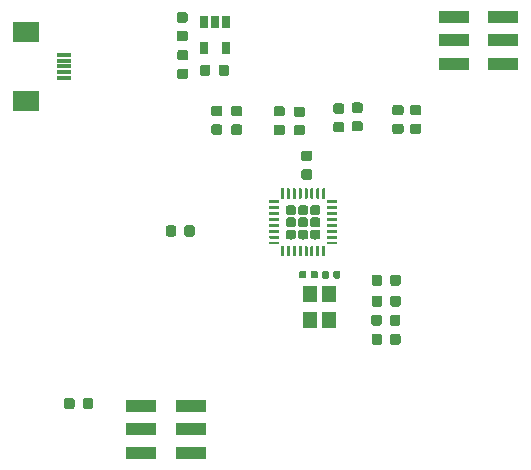
<source format=gtp>
G04 #@! TF.GenerationSoftware,KiCad,Pcbnew,5.1.2-f72e74a~84~ubuntu18.04.1*
G04 #@! TF.CreationDate,2019-07-18T22:23:35+09:00*
G04 #@! TF.ProjectId,WiredControllerPcb,57697265-6443-46f6-9e74-726f6c6c6572,rev?*
G04 #@! TF.SameCoordinates,Original*
G04 #@! TF.FileFunction,Paste,Top*
G04 #@! TF.FilePolarity,Positive*
%FSLAX46Y46*%
G04 Gerber Fmt 4.6, Leading zero omitted, Abs format (unit mm)*
G04 Created by KiCad (PCBNEW 5.1.2-f72e74a~84~ubuntu18.04.1) date 2019-07-18 22:23:35*
%MOMM*%
%LPD*%
G04 APERTURE LIST*
%ADD10C,0.100000*%
%ADD11C,0.875000*%
%ADD12C,0.590000*%
%ADD13R,1.300000X0.300000*%
%ADD14R,2.200000X1.800000*%
%ADD15R,2.580000X1.000000*%
%ADD16R,0.650000X1.060000*%
%ADD17C,0.830000*%
%ADD18C,0.250000*%
%ADD19R,1.200000X1.400000*%
G04 APERTURE END LIST*
D10*
G36*
X148359691Y-64416053D02*
G01*
X148380926Y-64419203D01*
X148401750Y-64424419D01*
X148421962Y-64431651D01*
X148441368Y-64440830D01*
X148459781Y-64451866D01*
X148477024Y-64464654D01*
X148492930Y-64479070D01*
X148507346Y-64494976D01*
X148520134Y-64512219D01*
X148531170Y-64530632D01*
X148540349Y-64550038D01*
X148547581Y-64570250D01*
X148552797Y-64591074D01*
X148555947Y-64612309D01*
X148557000Y-64633750D01*
X148557000Y-65146250D01*
X148555947Y-65167691D01*
X148552797Y-65188926D01*
X148547581Y-65209750D01*
X148540349Y-65229962D01*
X148531170Y-65249368D01*
X148520134Y-65267781D01*
X148507346Y-65285024D01*
X148492930Y-65300930D01*
X148477024Y-65315346D01*
X148459781Y-65328134D01*
X148441368Y-65339170D01*
X148421962Y-65348349D01*
X148401750Y-65355581D01*
X148380926Y-65360797D01*
X148359691Y-65363947D01*
X148338250Y-65365000D01*
X147900750Y-65365000D01*
X147879309Y-65363947D01*
X147858074Y-65360797D01*
X147837250Y-65355581D01*
X147817038Y-65348349D01*
X147797632Y-65339170D01*
X147779219Y-65328134D01*
X147761976Y-65315346D01*
X147746070Y-65300930D01*
X147731654Y-65285024D01*
X147718866Y-65267781D01*
X147707830Y-65249368D01*
X147698651Y-65229962D01*
X147691419Y-65209750D01*
X147686203Y-65188926D01*
X147683053Y-65167691D01*
X147682000Y-65146250D01*
X147682000Y-64633750D01*
X147683053Y-64612309D01*
X147686203Y-64591074D01*
X147691419Y-64570250D01*
X147698651Y-64550038D01*
X147707830Y-64530632D01*
X147718866Y-64512219D01*
X147731654Y-64494976D01*
X147746070Y-64479070D01*
X147761976Y-64464654D01*
X147779219Y-64451866D01*
X147797632Y-64440830D01*
X147817038Y-64431651D01*
X147837250Y-64424419D01*
X147858074Y-64419203D01*
X147879309Y-64416053D01*
X147900750Y-64415000D01*
X148338250Y-64415000D01*
X148359691Y-64416053D01*
X148359691Y-64416053D01*
G37*
D11*
X148119500Y-64890000D03*
D10*
G36*
X146784691Y-64416053D02*
G01*
X146805926Y-64419203D01*
X146826750Y-64424419D01*
X146846962Y-64431651D01*
X146866368Y-64440830D01*
X146884781Y-64451866D01*
X146902024Y-64464654D01*
X146917930Y-64479070D01*
X146932346Y-64494976D01*
X146945134Y-64512219D01*
X146956170Y-64530632D01*
X146965349Y-64550038D01*
X146972581Y-64570250D01*
X146977797Y-64591074D01*
X146980947Y-64612309D01*
X146982000Y-64633750D01*
X146982000Y-65146250D01*
X146980947Y-65167691D01*
X146977797Y-65188926D01*
X146972581Y-65209750D01*
X146965349Y-65229962D01*
X146956170Y-65249368D01*
X146945134Y-65267781D01*
X146932346Y-65285024D01*
X146917930Y-65300930D01*
X146902024Y-65315346D01*
X146884781Y-65328134D01*
X146866368Y-65339170D01*
X146846962Y-65348349D01*
X146826750Y-65355581D01*
X146805926Y-65360797D01*
X146784691Y-65363947D01*
X146763250Y-65365000D01*
X146325750Y-65365000D01*
X146304309Y-65363947D01*
X146283074Y-65360797D01*
X146262250Y-65355581D01*
X146242038Y-65348349D01*
X146222632Y-65339170D01*
X146204219Y-65328134D01*
X146186976Y-65315346D01*
X146171070Y-65300930D01*
X146156654Y-65285024D01*
X146143866Y-65267781D01*
X146132830Y-65249368D01*
X146123651Y-65229962D01*
X146116419Y-65209750D01*
X146111203Y-65188926D01*
X146108053Y-65167691D01*
X146107000Y-65146250D01*
X146107000Y-64633750D01*
X146108053Y-64612309D01*
X146111203Y-64591074D01*
X146116419Y-64570250D01*
X146123651Y-64550038D01*
X146132830Y-64530632D01*
X146143866Y-64512219D01*
X146156654Y-64494976D01*
X146171070Y-64479070D01*
X146186976Y-64464654D01*
X146204219Y-64451866D01*
X146222632Y-64440830D01*
X146242038Y-64431651D01*
X146262250Y-64424419D01*
X146283074Y-64419203D01*
X146304309Y-64416053D01*
X146325750Y-64415000D01*
X146763250Y-64415000D01*
X146784691Y-64416053D01*
X146784691Y-64416053D01*
G37*
D11*
X146544500Y-64890000D03*
D10*
G36*
X148367691Y-66186053D02*
G01*
X148388926Y-66189203D01*
X148409750Y-66194419D01*
X148429962Y-66201651D01*
X148449368Y-66210830D01*
X148467781Y-66221866D01*
X148485024Y-66234654D01*
X148500930Y-66249070D01*
X148515346Y-66264976D01*
X148528134Y-66282219D01*
X148539170Y-66300632D01*
X148548349Y-66320038D01*
X148555581Y-66340250D01*
X148560797Y-66361074D01*
X148563947Y-66382309D01*
X148565000Y-66403750D01*
X148565000Y-66916250D01*
X148563947Y-66937691D01*
X148560797Y-66958926D01*
X148555581Y-66979750D01*
X148548349Y-66999962D01*
X148539170Y-67019368D01*
X148528134Y-67037781D01*
X148515346Y-67055024D01*
X148500930Y-67070930D01*
X148485024Y-67085346D01*
X148467781Y-67098134D01*
X148449368Y-67109170D01*
X148429962Y-67118349D01*
X148409750Y-67125581D01*
X148388926Y-67130797D01*
X148367691Y-67133947D01*
X148346250Y-67135000D01*
X147908750Y-67135000D01*
X147887309Y-67133947D01*
X147866074Y-67130797D01*
X147845250Y-67125581D01*
X147825038Y-67118349D01*
X147805632Y-67109170D01*
X147787219Y-67098134D01*
X147769976Y-67085346D01*
X147754070Y-67070930D01*
X147739654Y-67055024D01*
X147726866Y-67037781D01*
X147715830Y-67019368D01*
X147706651Y-66999962D01*
X147699419Y-66979750D01*
X147694203Y-66958926D01*
X147691053Y-66937691D01*
X147690000Y-66916250D01*
X147690000Y-66403750D01*
X147691053Y-66382309D01*
X147694203Y-66361074D01*
X147699419Y-66340250D01*
X147706651Y-66320038D01*
X147715830Y-66300632D01*
X147726866Y-66282219D01*
X147739654Y-66264976D01*
X147754070Y-66249070D01*
X147769976Y-66234654D01*
X147787219Y-66221866D01*
X147805632Y-66210830D01*
X147825038Y-66201651D01*
X147845250Y-66194419D01*
X147866074Y-66189203D01*
X147887309Y-66186053D01*
X147908750Y-66185000D01*
X148346250Y-66185000D01*
X148367691Y-66186053D01*
X148367691Y-66186053D01*
G37*
D11*
X148127500Y-66660000D03*
D10*
G36*
X146792691Y-66186053D02*
G01*
X146813926Y-66189203D01*
X146834750Y-66194419D01*
X146854962Y-66201651D01*
X146874368Y-66210830D01*
X146892781Y-66221866D01*
X146910024Y-66234654D01*
X146925930Y-66249070D01*
X146940346Y-66264976D01*
X146953134Y-66282219D01*
X146964170Y-66300632D01*
X146973349Y-66320038D01*
X146980581Y-66340250D01*
X146985797Y-66361074D01*
X146988947Y-66382309D01*
X146990000Y-66403750D01*
X146990000Y-66916250D01*
X146988947Y-66937691D01*
X146985797Y-66958926D01*
X146980581Y-66979750D01*
X146973349Y-66999962D01*
X146964170Y-67019368D01*
X146953134Y-67037781D01*
X146940346Y-67055024D01*
X146925930Y-67070930D01*
X146910024Y-67085346D01*
X146892781Y-67098134D01*
X146874368Y-67109170D01*
X146854962Y-67118349D01*
X146834750Y-67125581D01*
X146813926Y-67130797D01*
X146792691Y-67133947D01*
X146771250Y-67135000D01*
X146333750Y-67135000D01*
X146312309Y-67133947D01*
X146291074Y-67130797D01*
X146270250Y-67125581D01*
X146250038Y-67118349D01*
X146230632Y-67109170D01*
X146212219Y-67098134D01*
X146194976Y-67085346D01*
X146179070Y-67070930D01*
X146164654Y-67055024D01*
X146151866Y-67037781D01*
X146140830Y-67019368D01*
X146131651Y-66999962D01*
X146124419Y-66979750D01*
X146119203Y-66958926D01*
X146116053Y-66937691D01*
X146115000Y-66916250D01*
X146115000Y-66403750D01*
X146116053Y-66382309D01*
X146119203Y-66361074D01*
X146124419Y-66340250D01*
X146131651Y-66320038D01*
X146140830Y-66300632D01*
X146151866Y-66282219D01*
X146164654Y-66264976D01*
X146179070Y-66249070D01*
X146194976Y-66234654D01*
X146212219Y-66221866D01*
X146230632Y-66210830D01*
X146250038Y-66201651D01*
X146270250Y-66194419D01*
X146291074Y-66189203D01*
X146312309Y-66186053D01*
X146333750Y-66185000D01*
X146771250Y-66185000D01*
X146792691Y-66186053D01*
X146792691Y-66186053D01*
G37*
D11*
X146552500Y-66660000D03*
D10*
G36*
X148329691Y-67796053D02*
G01*
X148350926Y-67799203D01*
X148371750Y-67804419D01*
X148391962Y-67811651D01*
X148411368Y-67820830D01*
X148429781Y-67831866D01*
X148447024Y-67844654D01*
X148462930Y-67859070D01*
X148477346Y-67874976D01*
X148490134Y-67892219D01*
X148501170Y-67910632D01*
X148510349Y-67930038D01*
X148517581Y-67950250D01*
X148522797Y-67971074D01*
X148525947Y-67992309D01*
X148527000Y-68013750D01*
X148527000Y-68526250D01*
X148525947Y-68547691D01*
X148522797Y-68568926D01*
X148517581Y-68589750D01*
X148510349Y-68609962D01*
X148501170Y-68629368D01*
X148490134Y-68647781D01*
X148477346Y-68665024D01*
X148462930Y-68680930D01*
X148447024Y-68695346D01*
X148429781Y-68708134D01*
X148411368Y-68719170D01*
X148391962Y-68728349D01*
X148371750Y-68735581D01*
X148350926Y-68740797D01*
X148329691Y-68743947D01*
X148308250Y-68745000D01*
X147870750Y-68745000D01*
X147849309Y-68743947D01*
X147828074Y-68740797D01*
X147807250Y-68735581D01*
X147787038Y-68728349D01*
X147767632Y-68719170D01*
X147749219Y-68708134D01*
X147731976Y-68695346D01*
X147716070Y-68680930D01*
X147701654Y-68665024D01*
X147688866Y-68647781D01*
X147677830Y-68629368D01*
X147668651Y-68609962D01*
X147661419Y-68589750D01*
X147656203Y-68568926D01*
X147653053Y-68547691D01*
X147652000Y-68526250D01*
X147652000Y-68013750D01*
X147653053Y-67992309D01*
X147656203Y-67971074D01*
X147661419Y-67950250D01*
X147668651Y-67930038D01*
X147677830Y-67910632D01*
X147688866Y-67892219D01*
X147701654Y-67874976D01*
X147716070Y-67859070D01*
X147731976Y-67844654D01*
X147749219Y-67831866D01*
X147767632Y-67820830D01*
X147787038Y-67811651D01*
X147807250Y-67804419D01*
X147828074Y-67799203D01*
X147849309Y-67796053D01*
X147870750Y-67795000D01*
X148308250Y-67795000D01*
X148329691Y-67796053D01*
X148329691Y-67796053D01*
G37*
D11*
X148089500Y-68270000D03*
D10*
G36*
X146754691Y-67796053D02*
G01*
X146775926Y-67799203D01*
X146796750Y-67804419D01*
X146816962Y-67811651D01*
X146836368Y-67820830D01*
X146854781Y-67831866D01*
X146872024Y-67844654D01*
X146887930Y-67859070D01*
X146902346Y-67874976D01*
X146915134Y-67892219D01*
X146926170Y-67910632D01*
X146935349Y-67930038D01*
X146942581Y-67950250D01*
X146947797Y-67971074D01*
X146950947Y-67992309D01*
X146952000Y-68013750D01*
X146952000Y-68526250D01*
X146950947Y-68547691D01*
X146947797Y-68568926D01*
X146942581Y-68589750D01*
X146935349Y-68609962D01*
X146926170Y-68629368D01*
X146915134Y-68647781D01*
X146902346Y-68665024D01*
X146887930Y-68680930D01*
X146872024Y-68695346D01*
X146854781Y-68708134D01*
X146836368Y-68719170D01*
X146816962Y-68728349D01*
X146796750Y-68735581D01*
X146775926Y-68740797D01*
X146754691Y-68743947D01*
X146733250Y-68745000D01*
X146295750Y-68745000D01*
X146274309Y-68743947D01*
X146253074Y-68740797D01*
X146232250Y-68735581D01*
X146212038Y-68728349D01*
X146192632Y-68719170D01*
X146174219Y-68708134D01*
X146156976Y-68695346D01*
X146141070Y-68680930D01*
X146126654Y-68665024D01*
X146113866Y-68647781D01*
X146102830Y-68629368D01*
X146093651Y-68609962D01*
X146086419Y-68589750D01*
X146081203Y-68568926D01*
X146078053Y-68547691D01*
X146077000Y-68526250D01*
X146077000Y-68013750D01*
X146078053Y-67992309D01*
X146081203Y-67971074D01*
X146086419Y-67950250D01*
X146093651Y-67930038D01*
X146102830Y-67910632D01*
X146113866Y-67892219D01*
X146126654Y-67874976D01*
X146141070Y-67859070D01*
X146156976Y-67844654D01*
X146174219Y-67831866D01*
X146192632Y-67820830D01*
X146212038Y-67811651D01*
X146232250Y-67804419D01*
X146253074Y-67799203D01*
X146274309Y-67796053D01*
X146295750Y-67795000D01*
X146733250Y-67795000D01*
X146754691Y-67796053D01*
X146754691Y-67796053D01*
G37*
D11*
X146514500Y-68270000D03*
D10*
G36*
X148355691Y-69416053D02*
G01*
X148376926Y-69419203D01*
X148397750Y-69424419D01*
X148417962Y-69431651D01*
X148437368Y-69440830D01*
X148455781Y-69451866D01*
X148473024Y-69464654D01*
X148488930Y-69479070D01*
X148503346Y-69494976D01*
X148516134Y-69512219D01*
X148527170Y-69530632D01*
X148536349Y-69550038D01*
X148543581Y-69570250D01*
X148548797Y-69591074D01*
X148551947Y-69612309D01*
X148553000Y-69633750D01*
X148553000Y-70146250D01*
X148551947Y-70167691D01*
X148548797Y-70188926D01*
X148543581Y-70209750D01*
X148536349Y-70229962D01*
X148527170Y-70249368D01*
X148516134Y-70267781D01*
X148503346Y-70285024D01*
X148488930Y-70300930D01*
X148473024Y-70315346D01*
X148455781Y-70328134D01*
X148437368Y-70339170D01*
X148417962Y-70348349D01*
X148397750Y-70355581D01*
X148376926Y-70360797D01*
X148355691Y-70363947D01*
X148334250Y-70365000D01*
X147896750Y-70365000D01*
X147875309Y-70363947D01*
X147854074Y-70360797D01*
X147833250Y-70355581D01*
X147813038Y-70348349D01*
X147793632Y-70339170D01*
X147775219Y-70328134D01*
X147757976Y-70315346D01*
X147742070Y-70300930D01*
X147727654Y-70285024D01*
X147714866Y-70267781D01*
X147703830Y-70249368D01*
X147694651Y-70229962D01*
X147687419Y-70209750D01*
X147682203Y-70188926D01*
X147679053Y-70167691D01*
X147678000Y-70146250D01*
X147678000Y-69633750D01*
X147679053Y-69612309D01*
X147682203Y-69591074D01*
X147687419Y-69570250D01*
X147694651Y-69550038D01*
X147703830Y-69530632D01*
X147714866Y-69512219D01*
X147727654Y-69494976D01*
X147742070Y-69479070D01*
X147757976Y-69464654D01*
X147775219Y-69451866D01*
X147793632Y-69440830D01*
X147813038Y-69431651D01*
X147833250Y-69424419D01*
X147854074Y-69419203D01*
X147875309Y-69416053D01*
X147896750Y-69415000D01*
X148334250Y-69415000D01*
X148355691Y-69416053D01*
X148355691Y-69416053D01*
G37*
D11*
X148115500Y-69890000D03*
D10*
G36*
X146780691Y-69416053D02*
G01*
X146801926Y-69419203D01*
X146822750Y-69424419D01*
X146842962Y-69431651D01*
X146862368Y-69440830D01*
X146880781Y-69451866D01*
X146898024Y-69464654D01*
X146913930Y-69479070D01*
X146928346Y-69494976D01*
X146941134Y-69512219D01*
X146952170Y-69530632D01*
X146961349Y-69550038D01*
X146968581Y-69570250D01*
X146973797Y-69591074D01*
X146976947Y-69612309D01*
X146978000Y-69633750D01*
X146978000Y-70146250D01*
X146976947Y-70167691D01*
X146973797Y-70188926D01*
X146968581Y-70209750D01*
X146961349Y-70229962D01*
X146952170Y-70249368D01*
X146941134Y-70267781D01*
X146928346Y-70285024D01*
X146913930Y-70300930D01*
X146898024Y-70315346D01*
X146880781Y-70328134D01*
X146862368Y-70339170D01*
X146842962Y-70348349D01*
X146822750Y-70355581D01*
X146801926Y-70360797D01*
X146780691Y-70363947D01*
X146759250Y-70365000D01*
X146321750Y-70365000D01*
X146300309Y-70363947D01*
X146279074Y-70360797D01*
X146258250Y-70355581D01*
X146238038Y-70348349D01*
X146218632Y-70339170D01*
X146200219Y-70328134D01*
X146182976Y-70315346D01*
X146167070Y-70300930D01*
X146152654Y-70285024D01*
X146139866Y-70267781D01*
X146128830Y-70249368D01*
X146119651Y-70229962D01*
X146112419Y-70209750D01*
X146107203Y-70188926D01*
X146104053Y-70167691D01*
X146103000Y-70146250D01*
X146103000Y-69633750D01*
X146104053Y-69612309D01*
X146107203Y-69591074D01*
X146112419Y-69570250D01*
X146119651Y-69550038D01*
X146128830Y-69530632D01*
X146139866Y-69512219D01*
X146152654Y-69494976D01*
X146167070Y-69479070D01*
X146182976Y-69464654D01*
X146200219Y-69451866D01*
X146218632Y-69440830D01*
X146238038Y-69431651D01*
X146258250Y-69424419D01*
X146279074Y-69419203D01*
X146300309Y-69416053D01*
X146321750Y-69415000D01*
X146759250Y-69415000D01*
X146780691Y-69416053D01*
X146780691Y-69416053D01*
G37*
D11*
X146540500Y-69890000D03*
D10*
G36*
X143321958Y-64110710D02*
G01*
X143336276Y-64112834D01*
X143350317Y-64116351D01*
X143363946Y-64121228D01*
X143377031Y-64127417D01*
X143389447Y-64134858D01*
X143401073Y-64143481D01*
X143411798Y-64153202D01*
X143421519Y-64163927D01*
X143430142Y-64175553D01*
X143437583Y-64187969D01*
X143443772Y-64201054D01*
X143448649Y-64214683D01*
X143452166Y-64228724D01*
X143454290Y-64243042D01*
X143455000Y-64257500D01*
X143455000Y-64602500D01*
X143454290Y-64616958D01*
X143452166Y-64631276D01*
X143448649Y-64645317D01*
X143443772Y-64658946D01*
X143437583Y-64672031D01*
X143430142Y-64684447D01*
X143421519Y-64696073D01*
X143411798Y-64706798D01*
X143401073Y-64716519D01*
X143389447Y-64725142D01*
X143377031Y-64732583D01*
X143363946Y-64738772D01*
X143350317Y-64743649D01*
X143336276Y-64747166D01*
X143321958Y-64749290D01*
X143307500Y-64750000D01*
X143012500Y-64750000D01*
X142998042Y-64749290D01*
X142983724Y-64747166D01*
X142969683Y-64743649D01*
X142956054Y-64738772D01*
X142942969Y-64732583D01*
X142930553Y-64725142D01*
X142918927Y-64716519D01*
X142908202Y-64706798D01*
X142898481Y-64696073D01*
X142889858Y-64684447D01*
X142882417Y-64672031D01*
X142876228Y-64658946D01*
X142871351Y-64645317D01*
X142867834Y-64631276D01*
X142865710Y-64616958D01*
X142865000Y-64602500D01*
X142865000Y-64257500D01*
X142865710Y-64243042D01*
X142867834Y-64228724D01*
X142871351Y-64214683D01*
X142876228Y-64201054D01*
X142882417Y-64187969D01*
X142889858Y-64175553D01*
X142898481Y-64163927D01*
X142908202Y-64153202D01*
X142918927Y-64143481D01*
X142930553Y-64134858D01*
X142942969Y-64127417D01*
X142956054Y-64121228D01*
X142969683Y-64116351D01*
X142983724Y-64112834D01*
X142998042Y-64110710D01*
X143012500Y-64110000D01*
X143307500Y-64110000D01*
X143321958Y-64110710D01*
X143321958Y-64110710D01*
G37*
D12*
X143160000Y-64430000D03*
D10*
G36*
X142351958Y-64110710D02*
G01*
X142366276Y-64112834D01*
X142380317Y-64116351D01*
X142393946Y-64121228D01*
X142407031Y-64127417D01*
X142419447Y-64134858D01*
X142431073Y-64143481D01*
X142441798Y-64153202D01*
X142451519Y-64163927D01*
X142460142Y-64175553D01*
X142467583Y-64187969D01*
X142473772Y-64201054D01*
X142478649Y-64214683D01*
X142482166Y-64228724D01*
X142484290Y-64243042D01*
X142485000Y-64257500D01*
X142485000Y-64602500D01*
X142484290Y-64616958D01*
X142482166Y-64631276D01*
X142478649Y-64645317D01*
X142473772Y-64658946D01*
X142467583Y-64672031D01*
X142460142Y-64684447D01*
X142451519Y-64696073D01*
X142441798Y-64706798D01*
X142431073Y-64716519D01*
X142419447Y-64725142D01*
X142407031Y-64732583D01*
X142393946Y-64738772D01*
X142380317Y-64743649D01*
X142366276Y-64747166D01*
X142351958Y-64749290D01*
X142337500Y-64750000D01*
X142042500Y-64750000D01*
X142028042Y-64749290D01*
X142013724Y-64747166D01*
X141999683Y-64743649D01*
X141986054Y-64738772D01*
X141972969Y-64732583D01*
X141960553Y-64725142D01*
X141948927Y-64716519D01*
X141938202Y-64706798D01*
X141928481Y-64696073D01*
X141919858Y-64684447D01*
X141912417Y-64672031D01*
X141906228Y-64658946D01*
X141901351Y-64645317D01*
X141897834Y-64631276D01*
X141895710Y-64616958D01*
X141895000Y-64602500D01*
X141895000Y-64257500D01*
X141895710Y-64243042D01*
X141897834Y-64228724D01*
X141901351Y-64214683D01*
X141906228Y-64201054D01*
X141912417Y-64187969D01*
X141919858Y-64175553D01*
X141928481Y-64163927D01*
X141938202Y-64153202D01*
X141948927Y-64143481D01*
X141960553Y-64134858D01*
X141972969Y-64127417D01*
X141986054Y-64121228D01*
X141999683Y-64116351D01*
X142013724Y-64112834D01*
X142028042Y-64110710D01*
X142042500Y-64110000D01*
X142337500Y-64110000D01*
X142351958Y-64110710D01*
X142351958Y-64110710D01*
G37*
D12*
X142190000Y-64430000D03*
D10*
G36*
X141401958Y-64100710D02*
G01*
X141416276Y-64102834D01*
X141430317Y-64106351D01*
X141443946Y-64111228D01*
X141457031Y-64117417D01*
X141469447Y-64124858D01*
X141481073Y-64133481D01*
X141491798Y-64143202D01*
X141501519Y-64153927D01*
X141510142Y-64165553D01*
X141517583Y-64177969D01*
X141523772Y-64191054D01*
X141528649Y-64204683D01*
X141532166Y-64218724D01*
X141534290Y-64233042D01*
X141535000Y-64247500D01*
X141535000Y-64592500D01*
X141534290Y-64606958D01*
X141532166Y-64621276D01*
X141528649Y-64635317D01*
X141523772Y-64648946D01*
X141517583Y-64662031D01*
X141510142Y-64674447D01*
X141501519Y-64686073D01*
X141491798Y-64696798D01*
X141481073Y-64706519D01*
X141469447Y-64715142D01*
X141457031Y-64722583D01*
X141443946Y-64728772D01*
X141430317Y-64733649D01*
X141416276Y-64737166D01*
X141401958Y-64739290D01*
X141387500Y-64740000D01*
X141092500Y-64740000D01*
X141078042Y-64739290D01*
X141063724Y-64737166D01*
X141049683Y-64733649D01*
X141036054Y-64728772D01*
X141022969Y-64722583D01*
X141010553Y-64715142D01*
X140998927Y-64706519D01*
X140988202Y-64696798D01*
X140978481Y-64686073D01*
X140969858Y-64674447D01*
X140962417Y-64662031D01*
X140956228Y-64648946D01*
X140951351Y-64635317D01*
X140947834Y-64621276D01*
X140945710Y-64606958D01*
X140945000Y-64592500D01*
X140945000Y-64247500D01*
X140945710Y-64233042D01*
X140947834Y-64218724D01*
X140951351Y-64204683D01*
X140956228Y-64191054D01*
X140962417Y-64177969D01*
X140969858Y-64165553D01*
X140978481Y-64153927D01*
X140988202Y-64143202D01*
X140998927Y-64133481D01*
X141010553Y-64124858D01*
X141022969Y-64117417D01*
X141036054Y-64111228D01*
X141049683Y-64106351D01*
X141063724Y-64102834D01*
X141078042Y-64100710D01*
X141092500Y-64100000D01*
X141387500Y-64100000D01*
X141401958Y-64100710D01*
X141401958Y-64100710D01*
G37*
D12*
X141240000Y-64420000D03*
D10*
G36*
X140431958Y-64100710D02*
G01*
X140446276Y-64102834D01*
X140460317Y-64106351D01*
X140473946Y-64111228D01*
X140487031Y-64117417D01*
X140499447Y-64124858D01*
X140511073Y-64133481D01*
X140521798Y-64143202D01*
X140531519Y-64153927D01*
X140540142Y-64165553D01*
X140547583Y-64177969D01*
X140553772Y-64191054D01*
X140558649Y-64204683D01*
X140562166Y-64218724D01*
X140564290Y-64233042D01*
X140565000Y-64247500D01*
X140565000Y-64592500D01*
X140564290Y-64606958D01*
X140562166Y-64621276D01*
X140558649Y-64635317D01*
X140553772Y-64648946D01*
X140547583Y-64662031D01*
X140540142Y-64674447D01*
X140531519Y-64686073D01*
X140521798Y-64696798D01*
X140511073Y-64706519D01*
X140499447Y-64715142D01*
X140487031Y-64722583D01*
X140473946Y-64728772D01*
X140460317Y-64733649D01*
X140446276Y-64737166D01*
X140431958Y-64739290D01*
X140417500Y-64740000D01*
X140122500Y-64740000D01*
X140108042Y-64739290D01*
X140093724Y-64737166D01*
X140079683Y-64733649D01*
X140066054Y-64728772D01*
X140052969Y-64722583D01*
X140040553Y-64715142D01*
X140028927Y-64706519D01*
X140018202Y-64696798D01*
X140008481Y-64686073D01*
X139999858Y-64674447D01*
X139992417Y-64662031D01*
X139986228Y-64648946D01*
X139981351Y-64635317D01*
X139977834Y-64621276D01*
X139975710Y-64606958D01*
X139975000Y-64592500D01*
X139975000Y-64247500D01*
X139975710Y-64233042D01*
X139977834Y-64218724D01*
X139981351Y-64204683D01*
X139986228Y-64191054D01*
X139992417Y-64177969D01*
X139999858Y-64165553D01*
X140008481Y-64153927D01*
X140018202Y-64143202D01*
X140028927Y-64133481D01*
X140040553Y-64124858D01*
X140052969Y-64117417D01*
X140066054Y-64111228D01*
X140079683Y-64106351D01*
X140093724Y-64102834D01*
X140108042Y-64100710D01*
X140122500Y-64100000D01*
X140417500Y-64100000D01*
X140431958Y-64100710D01*
X140431958Y-64100710D01*
G37*
D12*
X140270000Y-64420000D03*
D10*
G36*
X150117691Y-50053553D02*
G01*
X150138926Y-50056703D01*
X150159750Y-50061919D01*
X150179962Y-50069151D01*
X150199368Y-50078330D01*
X150217781Y-50089366D01*
X150235024Y-50102154D01*
X150250930Y-50116570D01*
X150265346Y-50132476D01*
X150278134Y-50149719D01*
X150289170Y-50168132D01*
X150298349Y-50187538D01*
X150305581Y-50207750D01*
X150310797Y-50228574D01*
X150313947Y-50249809D01*
X150315000Y-50271250D01*
X150315000Y-50708750D01*
X150313947Y-50730191D01*
X150310797Y-50751426D01*
X150305581Y-50772250D01*
X150298349Y-50792462D01*
X150289170Y-50811868D01*
X150278134Y-50830281D01*
X150265346Y-50847524D01*
X150250930Y-50863430D01*
X150235024Y-50877846D01*
X150217781Y-50890634D01*
X150199368Y-50901670D01*
X150179962Y-50910849D01*
X150159750Y-50918081D01*
X150138926Y-50923297D01*
X150117691Y-50926447D01*
X150096250Y-50927500D01*
X149583750Y-50927500D01*
X149562309Y-50926447D01*
X149541074Y-50923297D01*
X149520250Y-50918081D01*
X149500038Y-50910849D01*
X149480632Y-50901670D01*
X149462219Y-50890634D01*
X149444976Y-50877846D01*
X149429070Y-50863430D01*
X149414654Y-50847524D01*
X149401866Y-50830281D01*
X149390830Y-50811868D01*
X149381651Y-50792462D01*
X149374419Y-50772250D01*
X149369203Y-50751426D01*
X149366053Y-50730191D01*
X149365000Y-50708750D01*
X149365000Y-50271250D01*
X149366053Y-50249809D01*
X149369203Y-50228574D01*
X149374419Y-50207750D01*
X149381651Y-50187538D01*
X149390830Y-50168132D01*
X149401866Y-50149719D01*
X149414654Y-50132476D01*
X149429070Y-50116570D01*
X149444976Y-50102154D01*
X149462219Y-50089366D01*
X149480632Y-50078330D01*
X149500038Y-50069151D01*
X149520250Y-50061919D01*
X149541074Y-50056703D01*
X149562309Y-50053553D01*
X149583750Y-50052500D01*
X150096250Y-50052500D01*
X150117691Y-50053553D01*
X150117691Y-50053553D01*
G37*
D11*
X149840000Y-50490000D03*
D10*
G36*
X150117691Y-51628553D02*
G01*
X150138926Y-51631703D01*
X150159750Y-51636919D01*
X150179962Y-51644151D01*
X150199368Y-51653330D01*
X150217781Y-51664366D01*
X150235024Y-51677154D01*
X150250930Y-51691570D01*
X150265346Y-51707476D01*
X150278134Y-51724719D01*
X150289170Y-51743132D01*
X150298349Y-51762538D01*
X150305581Y-51782750D01*
X150310797Y-51803574D01*
X150313947Y-51824809D01*
X150315000Y-51846250D01*
X150315000Y-52283750D01*
X150313947Y-52305191D01*
X150310797Y-52326426D01*
X150305581Y-52347250D01*
X150298349Y-52367462D01*
X150289170Y-52386868D01*
X150278134Y-52405281D01*
X150265346Y-52422524D01*
X150250930Y-52438430D01*
X150235024Y-52452846D01*
X150217781Y-52465634D01*
X150199368Y-52476670D01*
X150179962Y-52485849D01*
X150159750Y-52493081D01*
X150138926Y-52498297D01*
X150117691Y-52501447D01*
X150096250Y-52502500D01*
X149583750Y-52502500D01*
X149562309Y-52501447D01*
X149541074Y-52498297D01*
X149520250Y-52493081D01*
X149500038Y-52485849D01*
X149480632Y-52476670D01*
X149462219Y-52465634D01*
X149444976Y-52452846D01*
X149429070Y-52438430D01*
X149414654Y-52422524D01*
X149401866Y-52405281D01*
X149390830Y-52386868D01*
X149381651Y-52367462D01*
X149374419Y-52347250D01*
X149369203Y-52326426D01*
X149366053Y-52305191D01*
X149365000Y-52283750D01*
X149365000Y-51846250D01*
X149366053Y-51824809D01*
X149369203Y-51803574D01*
X149374419Y-51782750D01*
X149381651Y-51762538D01*
X149390830Y-51743132D01*
X149401866Y-51724719D01*
X149414654Y-51707476D01*
X149429070Y-51691570D01*
X149444976Y-51677154D01*
X149462219Y-51664366D01*
X149480632Y-51653330D01*
X149500038Y-51644151D01*
X149520250Y-51636919D01*
X149541074Y-51631703D01*
X149562309Y-51628553D01*
X149583750Y-51627500D01*
X150096250Y-51627500D01*
X150117691Y-51628553D01*
X150117691Y-51628553D01*
G37*
D11*
X149840000Y-52065000D03*
D13*
X120060000Y-47790000D03*
X120060000Y-47290000D03*
X120060000Y-46790000D03*
X120060000Y-46290000D03*
X120060000Y-45790000D03*
D14*
X116810000Y-43890000D03*
X116810000Y-49690000D03*
D10*
G36*
X148607691Y-50053553D02*
G01*
X148628926Y-50056703D01*
X148649750Y-50061919D01*
X148669962Y-50069151D01*
X148689368Y-50078330D01*
X148707781Y-50089366D01*
X148725024Y-50102154D01*
X148740930Y-50116570D01*
X148755346Y-50132476D01*
X148768134Y-50149719D01*
X148779170Y-50168132D01*
X148788349Y-50187538D01*
X148795581Y-50207750D01*
X148800797Y-50228574D01*
X148803947Y-50249809D01*
X148805000Y-50271250D01*
X148805000Y-50708750D01*
X148803947Y-50730191D01*
X148800797Y-50751426D01*
X148795581Y-50772250D01*
X148788349Y-50792462D01*
X148779170Y-50811868D01*
X148768134Y-50830281D01*
X148755346Y-50847524D01*
X148740930Y-50863430D01*
X148725024Y-50877846D01*
X148707781Y-50890634D01*
X148689368Y-50901670D01*
X148669962Y-50910849D01*
X148649750Y-50918081D01*
X148628926Y-50923297D01*
X148607691Y-50926447D01*
X148586250Y-50927500D01*
X148073750Y-50927500D01*
X148052309Y-50926447D01*
X148031074Y-50923297D01*
X148010250Y-50918081D01*
X147990038Y-50910849D01*
X147970632Y-50901670D01*
X147952219Y-50890634D01*
X147934976Y-50877846D01*
X147919070Y-50863430D01*
X147904654Y-50847524D01*
X147891866Y-50830281D01*
X147880830Y-50811868D01*
X147871651Y-50792462D01*
X147864419Y-50772250D01*
X147859203Y-50751426D01*
X147856053Y-50730191D01*
X147855000Y-50708750D01*
X147855000Y-50271250D01*
X147856053Y-50249809D01*
X147859203Y-50228574D01*
X147864419Y-50207750D01*
X147871651Y-50187538D01*
X147880830Y-50168132D01*
X147891866Y-50149719D01*
X147904654Y-50132476D01*
X147919070Y-50116570D01*
X147934976Y-50102154D01*
X147952219Y-50089366D01*
X147970632Y-50078330D01*
X147990038Y-50069151D01*
X148010250Y-50061919D01*
X148031074Y-50056703D01*
X148052309Y-50053553D01*
X148073750Y-50052500D01*
X148586250Y-50052500D01*
X148607691Y-50053553D01*
X148607691Y-50053553D01*
G37*
D11*
X148330000Y-50490000D03*
D10*
G36*
X148607691Y-51628553D02*
G01*
X148628926Y-51631703D01*
X148649750Y-51636919D01*
X148669962Y-51644151D01*
X148689368Y-51653330D01*
X148707781Y-51664366D01*
X148725024Y-51677154D01*
X148740930Y-51691570D01*
X148755346Y-51707476D01*
X148768134Y-51724719D01*
X148779170Y-51743132D01*
X148788349Y-51762538D01*
X148795581Y-51782750D01*
X148800797Y-51803574D01*
X148803947Y-51824809D01*
X148805000Y-51846250D01*
X148805000Y-52283750D01*
X148803947Y-52305191D01*
X148800797Y-52326426D01*
X148795581Y-52347250D01*
X148788349Y-52367462D01*
X148779170Y-52386868D01*
X148768134Y-52405281D01*
X148755346Y-52422524D01*
X148740930Y-52438430D01*
X148725024Y-52452846D01*
X148707781Y-52465634D01*
X148689368Y-52476670D01*
X148669962Y-52485849D01*
X148649750Y-52493081D01*
X148628926Y-52498297D01*
X148607691Y-52501447D01*
X148586250Y-52502500D01*
X148073750Y-52502500D01*
X148052309Y-52501447D01*
X148031074Y-52498297D01*
X148010250Y-52493081D01*
X147990038Y-52485849D01*
X147970632Y-52476670D01*
X147952219Y-52465634D01*
X147934976Y-52452846D01*
X147919070Y-52438430D01*
X147904654Y-52422524D01*
X147891866Y-52405281D01*
X147880830Y-52386868D01*
X147871651Y-52367462D01*
X147864419Y-52347250D01*
X147859203Y-52326426D01*
X147856053Y-52305191D01*
X147855000Y-52283750D01*
X147855000Y-51846250D01*
X147856053Y-51824809D01*
X147859203Y-51803574D01*
X147864419Y-51782750D01*
X147871651Y-51762538D01*
X147880830Y-51743132D01*
X147891866Y-51724719D01*
X147904654Y-51707476D01*
X147919070Y-51691570D01*
X147934976Y-51677154D01*
X147952219Y-51664366D01*
X147970632Y-51653330D01*
X147990038Y-51644151D01*
X148010250Y-51636919D01*
X148031074Y-51631703D01*
X148052309Y-51628553D01*
X148073750Y-51627500D01*
X148586250Y-51627500D01*
X148607691Y-51628553D01*
X148607691Y-51628553D01*
G37*
D11*
X148330000Y-52065000D03*
D10*
G36*
X130337691Y-42206053D02*
G01*
X130358926Y-42209203D01*
X130379750Y-42214419D01*
X130399962Y-42221651D01*
X130419368Y-42230830D01*
X130437781Y-42241866D01*
X130455024Y-42254654D01*
X130470930Y-42269070D01*
X130485346Y-42284976D01*
X130498134Y-42302219D01*
X130509170Y-42320632D01*
X130518349Y-42340038D01*
X130525581Y-42360250D01*
X130530797Y-42381074D01*
X130533947Y-42402309D01*
X130535000Y-42423750D01*
X130535000Y-42861250D01*
X130533947Y-42882691D01*
X130530797Y-42903926D01*
X130525581Y-42924750D01*
X130518349Y-42944962D01*
X130509170Y-42964368D01*
X130498134Y-42982781D01*
X130485346Y-43000024D01*
X130470930Y-43015930D01*
X130455024Y-43030346D01*
X130437781Y-43043134D01*
X130419368Y-43054170D01*
X130399962Y-43063349D01*
X130379750Y-43070581D01*
X130358926Y-43075797D01*
X130337691Y-43078947D01*
X130316250Y-43080000D01*
X129803750Y-43080000D01*
X129782309Y-43078947D01*
X129761074Y-43075797D01*
X129740250Y-43070581D01*
X129720038Y-43063349D01*
X129700632Y-43054170D01*
X129682219Y-43043134D01*
X129664976Y-43030346D01*
X129649070Y-43015930D01*
X129634654Y-43000024D01*
X129621866Y-42982781D01*
X129610830Y-42964368D01*
X129601651Y-42944962D01*
X129594419Y-42924750D01*
X129589203Y-42903926D01*
X129586053Y-42882691D01*
X129585000Y-42861250D01*
X129585000Y-42423750D01*
X129586053Y-42402309D01*
X129589203Y-42381074D01*
X129594419Y-42360250D01*
X129601651Y-42340038D01*
X129610830Y-42320632D01*
X129621866Y-42302219D01*
X129634654Y-42284976D01*
X129649070Y-42269070D01*
X129664976Y-42254654D01*
X129682219Y-42241866D01*
X129700632Y-42230830D01*
X129720038Y-42221651D01*
X129740250Y-42214419D01*
X129761074Y-42209203D01*
X129782309Y-42206053D01*
X129803750Y-42205000D01*
X130316250Y-42205000D01*
X130337691Y-42206053D01*
X130337691Y-42206053D01*
G37*
D11*
X130060000Y-42642500D03*
D10*
G36*
X130337691Y-43781053D02*
G01*
X130358926Y-43784203D01*
X130379750Y-43789419D01*
X130399962Y-43796651D01*
X130419368Y-43805830D01*
X130437781Y-43816866D01*
X130455024Y-43829654D01*
X130470930Y-43844070D01*
X130485346Y-43859976D01*
X130498134Y-43877219D01*
X130509170Y-43895632D01*
X130518349Y-43915038D01*
X130525581Y-43935250D01*
X130530797Y-43956074D01*
X130533947Y-43977309D01*
X130535000Y-43998750D01*
X130535000Y-44436250D01*
X130533947Y-44457691D01*
X130530797Y-44478926D01*
X130525581Y-44499750D01*
X130518349Y-44519962D01*
X130509170Y-44539368D01*
X130498134Y-44557781D01*
X130485346Y-44575024D01*
X130470930Y-44590930D01*
X130455024Y-44605346D01*
X130437781Y-44618134D01*
X130419368Y-44629170D01*
X130399962Y-44638349D01*
X130379750Y-44645581D01*
X130358926Y-44650797D01*
X130337691Y-44653947D01*
X130316250Y-44655000D01*
X129803750Y-44655000D01*
X129782309Y-44653947D01*
X129761074Y-44650797D01*
X129740250Y-44645581D01*
X129720038Y-44638349D01*
X129700632Y-44629170D01*
X129682219Y-44618134D01*
X129664976Y-44605346D01*
X129649070Y-44590930D01*
X129634654Y-44575024D01*
X129621866Y-44557781D01*
X129610830Y-44539368D01*
X129601651Y-44519962D01*
X129594419Y-44499750D01*
X129589203Y-44478926D01*
X129586053Y-44457691D01*
X129585000Y-44436250D01*
X129585000Y-43998750D01*
X129586053Y-43977309D01*
X129589203Y-43956074D01*
X129594419Y-43935250D01*
X129601651Y-43915038D01*
X129610830Y-43895632D01*
X129621866Y-43877219D01*
X129634654Y-43859976D01*
X129649070Y-43844070D01*
X129664976Y-43829654D01*
X129682219Y-43816866D01*
X129700632Y-43805830D01*
X129720038Y-43796651D01*
X129740250Y-43789419D01*
X129761074Y-43784203D01*
X129782309Y-43781053D01*
X129803750Y-43780000D01*
X130316250Y-43780000D01*
X130337691Y-43781053D01*
X130337691Y-43781053D01*
G37*
D11*
X130060000Y-44217500D03*
D10*
G36*
X130397691Y-46971053D02*
G01*
X130418926Y-46974203D01*
X130439750Y-46979419D01*
X130459962Y-46986651D01*
X130479368Y-46995830D01*
X130497781Y-47006866D01*
X130515024Y-47019654D01*
X130530930Y-47034070D01*
X130545346Y-47049976D01*
X130558134Y-47067219D01*
X130569170Y-47085632D01*
X130578349Y-47105038D01*
X130585581Y-47125250D01*
X130590797Y-47146074D01*
X130593947Y-47167309D01*
X130595000Y-47188750D01*
X130595000Y-47626250D01*
X130593947Y-47647691D01*
X130590797Y-47668926D01*
X130585581Y-47689750D01*
X130578349Y-47709962D01*
X130569170Y-47729368D01*
X130558134Y-47747781D01*
X130545346Y-47765024D01*
X130530930Y-47780930D01*
X130515024Y-47795346D01*
X130497781Y-47808134D01*
X130479368Y-47819170D01*
X130459962Y-47828349D01*
X130439750Y-47835581D01*
X130418926Y-47840797D01*
X130397691Y-47843947D01*
X130376250Y-47845000D01*
X129863750Y-47845000D01*
X129842309Y-47843947D01*
X129821074Y-47840797D01*
X129800250Y-47835581D01*
X129780038Y-47828349D01*
X129760632Y-47819170D01*
X129742219Y-47808134D01*
X129724976Y-47795346D01*
X129709070Y-47780930D01*
X129694654Y-47765024D01*
X129681866Y-47747781D01*
X129670830Y-47729368D01*
X129661651Y-47709962D01*
X129654419Y-47689750D01*
X129649203Y-47668926D01*
X129646053Y-47647691D01*
X129645000Y-47626250D01*
X129645000Y-47188750D01*
X129646053Y-47167309D01*
X129649203Y-47146074D01*
X129654419Y-47125250D01*
X129661651Y-47105038D01*
X129670830Y-47085632D01*
X129681866Y-47067219D01*
X129694654Y-47049976D01*
X129709070Y-47034070D01*
X129724976Y-47019654D01*
X129742219Y-47006866D01*
X129760632Y-46995830D01*
X129780038Y-46986651D01*
X129800250Y-46979419D01*
X129821074Y-46974203D01*
X129842309Y-46971053D01*
X129863750Y-46970000D01*
X130376250Y-46970000D01*
X130397691Y-46971053D01*
X130397691Y-46971053D01*
G37*
D11*
X130120000Y-47407500D03*
D10*
G36*
X130397691Y-45396053D02*
G01*
X130418926Y-45399203D01*
X130439750Y-45404419D01*
X130459962Y-45411651D01*
X130479368Y-45420830D01*
X130497781Y-45431866D01*
X130515024Y-45444654D01*
X130530930Y-45459070D01*
X130545346Y-45474976D01*
X130558134Y-45492219D01*
X130569170Y-45510632D01*
X130578349Y-45530038D01*
X130585581Y-45550250D01*
X130590797Y-45571074D01*
X130593947Y-45592309D01*
X130595000Y-45613750D01*
X130595000Y-46051250D01*
X130593947Y-46072691D01*
X130590797Y-46093926D01*
X130585581Y-46114750D01*
X130578349Y-46134962D01*
X130569170Y-46154368D01*
X130558134Y-46172781D01*
X130545346Y-46190024D01*
X130530930Y-46205930D01*
X130515024Y-46220346D01*
X130497781Y-46233134D01*
X130479368Y-46244170D01*
X130459962Y-46253349D01*
X130439750Y-46260581D01*
X130418926Y-46265797D01*
X130397691Y-46268947D01*
X130376250Y-46270000D01*
X129863750Y-46270000D01*
X129842309Y-46268947D01*
X129821074Y-46265797D01*
X129800250Y-46260581D01*
X129780038Y-46253349D01*
X129760632Y-46244170D01*
X129742219Y-46233134D01*
X129724976Y-46220346D01*
X129709070Y-46205930D01*
X129694654Y-46190024D01*
X129681866Y-46172781D01*
X129670830Y-46154368D01*
X129661651Y-46134962D01*
X129654419Y-46114750D01*
X129649203Y-46093926D01*
X129646053Y-46072691D01*
X129645000Y-46051250D01*
X129645000Y-45613750D01*
X129646053Y-45592309D01*
X129649203Y-45571074D01*
X129654419Y-45550250D01*
X129661651Y-45530038D01*
X129670830Y-45510632D01*
X129681866Y-45492219D01*
X129694654Y-45474976D01*
X129709070Y-45459070D01*
X129724976Y-45444654D01*
X129742219Y-45431866D01*
X129760632Y-45420830D01*
X129780038Y-45411651D01*
X129800250Y-45404419D01*
X129821074Y-45399203D01*
X129842309Y-45396053D01*
X129863750Y-45395000D01*
X130376250Y-45395000D01*
X130397691Y-45396053D01*
X130397691Y-45396053D01*
G37*
D11*
X130120000Y-45832500D03*
D10*
G36*
X133825691Y-46636053D02*
G01*
X133846926Y-46639203D01*
X133867750Y-46644419D01*
X133887962Y-46651651D01*
X133907368Y-46660830D01*
X133925781Y-46671866D01*
X133943024Y-46684654D01*
X133958930Y-46699070D01*
X133973346Y-46714976D01*
X133986134Y-46732219D01*
X133997170Y-46750632D01*
X134006349Y-46770038D01*
X134013581Y-46790250D01*
X134018797Y-46811074D01*
X134021947Y-46832309D01*
X134023000Y-46853750D01*
X134023000Y-47366250D01*
X134021947Y-47387691D01*
X134018797Y-47408926D01*
X134013581Y-47429750D01*
X134006349Y-47449962D01*
X133997170Y-47469368D01*
X133986134Y-47487781D01*
X133973346Y-47505024D01*
X133958930Y-47520930D01*
X133943024Y-47535346D01*
X133925781Y-47548134D01*
X133907368Y-47559170D01*
X133887962Y-47568349D01*
X133867750Y-47575581D01*
X133846926Y-47580797D01*
X133825691Y-47583947D01*
X133804250Y-47585000D01*
X133366750Y-47585000D01*
X133345309Y-47583947D01*
X133324074Y-47580797D01*
X133303250Y-47575581D01*
X133283038Y-47568349D01*
X133263632Y-47559170D01*
X133245219Y-47548134D01*
X133227976Y-47535346D01*
X133212070Y-47520930D01*
X133197654Y-47505024D01*
X133184866Y-47487781D01*
X133173830Y-47469368D01*
X133164651Y-47449962D01*
X133157419Y-47429750D01*
X133152203Y-47408926D01*
X133149053Y-47387691D01*
X133148000Y-47366250D01*
X133148000Y-46853750D01*
X133149053Y-46832309D01*
X133152203Y-46811074D01*
X133157419Y-46790250D01*
X133164651Y-46770038D01*
X133173830Y-46750632D01*
X133184866Y-46732219D01*
X133197654Y-46714976D01*
X133212070Y-46699070D01*
X133227976Y-46684654D01*
X133245219Y-46671866D01*
X133263632Y-46660830D01*
X133283038Y-46651651D01*
X133303250Y-46644419D01*
X133324074Y-46639203D01*
X133345309Y-46636053D01*
X133366750Y-46635000D01*
X133804250Y-46635000D01*
X133825691Y-46636053D01*
X133825691Y-46636053D01*
G37*
D11*
X133585500Y-47110000D03*
D10*
G36*
X132250691Y-46636053D02*
G01*
X132271926Y-46639203D01*
X132292750Y-46644419D01*
X132312962Y-46651651D01*
X132332368Y-46660830D01*
X132350781Y-46671866D01*
X132368024Y-46684654D01*
X132383930Y-46699070D01*
X132398346Y-46714976D01*
X132411134Y-46732219D01*
X132422170Y-46750632D01*
X132431349Y-46770038D01*
X132438581Y-46790250D01*
X132443797Y-46811074D01*
X132446947Y-46832309D01*
X132448000Y-46853750D01*
X132448000Y-47366250D01*
X132446947Y-47387691D01*
X132443797Y-47408926D01*
X132438581Y-47429750D01*
X132431349Y-47449962D01*
X132422170Y-47469368D01*
X132411134Y-47487781D01*
X132398346Y-47505024D01*
X132383930Y-47520930D01*
X132368024Y-47535346D01*
X132350781Y-47548134D01*
X132332368Y-47559170D01*
X132312962Y-47568349D01*
X132292750Y-47575581D01*
X132271926Y-47580797D01*
X132250691Y-47583947D01*
X132229250Y-47585000D01*
X131791750Y-47585000D01*
X131770309Y-47583947D01*
X131749074Y-47580797D01*
X131728250Y-47575581D01*
X131708038Y-47568349D01*
X131688632Y-47559170D01*
X131670219Y-47548134D01*
X131652976Y-47535346D01*
X131637070Y-47520930D01*
X131622654Y-47505024D01*
X131609866Y-47487781D01*
X131598830Y-47469368D01*
X131589651Y-47449962D01*
X131582419Y-47429750D01*
X131577203Y-47408926D01*
X131574053Y-47387691D01*
X131573000Y-47366250D01*
X131573000Y-46853750D01*
X131574053Y-46832309D01*
X131577203Y-46811074D01*
X131582419Y-46790250D01*
X131589651Y-46770038D01*
X131598830Y-46750632D01*
X131609866Y-46732219D01*
X131622654Y-46714976D01*
X131637070Y-46699070D01*
X131652976Y-46684654D01*
X131670219Y-46671866D01*
X131688632Y-46660830D01*
X131708038Y-46651651D01*
X131728250Y-46644419D01*
X131749074Y-46639203D01*
X131770309Y-46636053D01*
X131791750Y-46635000D01*
X132229250Y-46635000D01*
X132250691Y-46636053D01*
X132250691Y-46636053D01*
G37*
D11*
X132010500Y-47110000D03*
D10*
G36*
X140887691Y-55493553D02*
G01*
X140908926Y-55496703D01*
X140929750Y-55501919D01*
X140949962Y-55509151D01*
X140969368Y-55518330D01*
X140987781Y-55529366D01*
X141005024Y-55542154D01*
X141020930Y-55556570D01*
X141035346Y-55572476D01*
X141048134Y-55589719D01*
X141059170Y-55608132D01*
X141068349Y-55627538D01*
X141075581Y-55647750D01*
X141080797Y-55668574D01*
X141083947Y-55689809D01*
X141085000Y-55711250D01*
X141085000Y-56148750D01*
X141083947Y-56170191D01*
X141080797Y-56191426D01*
X141075581Y-56212250D01*
X141068349Y-56232462D01*
X141059170Y-56251868D01*
X141048134Y-56270281D01*
X141035346Y-56287524D01*
X141020930Y-56303430D01*
X141005024Y-56317846D01*
X140987781Y-56330634D01*
X140969368Y-56341670D01*
X140949962Y-56350849D01*
X140929750Y-56358081D01*
X140908926Y-56363297D01*
X140887691Y-56366447D01*
X140866250Y-56367500D01*
X140353750Y-56367500D01*
X140332309Y-56366447D01*
X140311074Y-56363297D01*
X140290250Y-56358081D01*
X140270038Y-56350849D01*
X140250632Y-56341670D01*
X140232219Y-56330634D01*
X140214976Y-56317846D01*
X140199070Y-56303430D01*
X140184654Y-56287524D01*
X140171866Y-56270281D01*
X140160830Y-56251868D01*
X140151651Y-56232462D01*
X140144419Y-56212250D01*
X140139203Y-56191426D01*
X140136053Y-56170191D01*
X140135000Y-56148750D01*
X140135000Y-55711250D01*
X140136053Y-55689809D01*
X140139203Y-55668574D01*
X140144419Y-55647750D01*
X140151651Y-55627538D01*
X140160830Y-55608132D01*
X140171866Y-55589719D01*
X140184654Y-55572476D01*
X140199070Y-55556570D01*
X140214976Y-55542154D01*
X140232219Y-55529366D01*
X140250632Y-55518330D01*
X140270038Y-55509151D01*
X140290250Y-55501919D01*
X140311074Y-55496703D01*
X140332309Y-55493553D01*
X140353750Y-55492500D01*
X140866250Y-55492500D01*
X140887691Y-55493553D01*
X140887691Y-55493553D01*
G37*
D11*
X140610000Y-55930000D03*
D10*
G36*
X140887691Y-53918553D02*
G01*
X140908926Y-53921703D01*
X140929750Y-53926919D01*
X140949962Y-53934151D01*
X140969368Y-53943330D01*
X140987781Y-53954366D01*
X141005024Y-53967154D01*
X141020930Y-53981570D01*
X141035346Y-53997476D01*
X141048134Y-54014719D01*
X141059170Y-54033132D01*
X141068349Y-54052538D01*
X141075581Y-54072750D01*
X141080797Y-54093574D01*
X141083947Y-54114809D01*
X141085000Y-54136250D01*
X141085000Y-54573750D01*
X141083947Y-54595191D01*
X141080797Y-54616426D01*
X141075581Y-54637250D01*
X141068349Y-54657462D01*
X141059170Y-54676868D01*
X141048134Y-54695281D01*
X141035346Y-54712524D01*
X141020930Y-54728430D01*
X141005024Y-54742846D01*
X140987781Y-54755634D01*
X140969368Y-54766670D01*
X140949962Y-54775849D01*
X140929750Y-54783081D01*
X140908926Y-54788297D01*
X140887691Y-54791447D01*
X140866250Y-54792500D01*
X140353750Y-54792500D01*
X140332309Y-54791447D01*
X140311074Y-54788297D01*
X140290250Y-54783081D01*
X140270038Y-54775849D01*
X140250632Y-54766670D01*
X140232219Y-54755634D01*
X140214976Y-54742846D01*
X140199070Y-54728430D01*
X140184654Y-54712524D01*
X140171866Y-54695281D01*
X140160830Y-54676868D01*
X140151651Y-54657462D01*
X140144419Y-54637250D01*
X140139203Y-54616426D01*
X140136053Y-54595191D01*
X140135000Y-54573750D01*
X140135000Y-54136250D01*
X140136053Y-54114809D01*
X140139203Y-54093574D01*
X140144419Y-54072750D01*
X140151651Y-54052538D01*
X140160830Y-54033132D01*
X140171866Y-54014719D01*
X140184654Y-53997476D01*
X140199070Y-53981570D01*
X140214976Y-53967154D01*
X140232219Y-53954366D01*
X140250632Y-53943330D01*
X140270038Y-53934151D01*
X140290250Y-53926919D01*
X140311074Y-53921703D01*
X140332309Y-53918553D01*
X140353750Y-53917500D01*
X140866250Y-53917500D01*
X140887691Y-53918553D01*
X140887691Y-53918553D01*
G37*
D11*
X140610000Y-54355000D03*
D10*
G36*
X133277691Y-51698553D02*
G01*
X133298926Y-51701703D01*
X133319750Y-51706919D01*
X133339962Y-51714151D01*
X133359368Y-51723330D01*
X133377781Y-51734366D01*
X133395024Y-51747154D01*
X133410930Y-51761570D01*
X133425346Y-51777476D01*
X133438134Y-51794719D01*
X133449170Y-51813132D01*
X133458349Y-51832538D01*
X133465581Y-51852750D01*
X133470797Y-51873574D01*
X133473947Y-51894809D01*
X133475000Y-51916250D01*
X133475000Y-52353750D01*
X133473947Y-52375191D01*
X133470797Y-52396426D01*
X133465581Y-52417250D01*
X133458349Y-52437462D01*
X133449170Y-52456868D01*
X133438134Y-52475281D01*
X133425346Y-52492524D01*
X133410930Y-52508430D01*
X133395024Y-52522846D01*
X133377781Y-52535634D01*
X133359368Y-52546670D01*
X133339962Y-52555849D01*
X133319750Y-52563081D01*
X133298926Y-52568297D01*
X133277691Y-52571447D01*
X133256250Y-52572500D01*
X132743750Y-52572500D01*
X132722309Y-52571447D01*
X132701074Y-52568297D01*
X132680250Y-52563081D01*
X132660038Y-52555849D01*
X132640632Y-52546670D01*
X132622219Y-52535634D01*
X132604976Y-52522846D01*
X132589070Y-52508430D01*
X132574654Y-52492524D01*
X132561866Y-52475281D01*
X132550830Y-52456868D01*
X132541651Y-52437462D01*
X132534419Y-52417250D01*
X132529203Y-52396426D01*
X132526053Y-52375191D01*
X132525000Y-52353750D01*
X132525000Y-51916250D01*
X132526053Y-51894809D01*
X132529203Y-51873574D01*
X132534419Y-51852750D01*
X132541651Y-51832538D01*
X132550830Y-51813132D01*
X132561866Y-51794719D01*
X132574654Y-51777476D01*
X132589070Y-51761570D01*
X132604976Y-51747154D01*
X132622219Y-51734366D01*
X132640632Y-51723330D01*
X132660038Y-51714151D01*
X132680250Y-51706919D01*
X132701074Y-51701703D01*
X132722309Y-51698553D01*
X132743750Y-51697500D01*
X133256250Y-51697500D01*
X133277691Y-51698553D01*
X133277691Y-51698553D01*
G37*
D11*
X133000000Y-52135000D03*
D10*
G36*
X133277691Y-50123553D02*
G01*
X133298926Y-50126703D01*
X133319750Y-50131919D01*
X133339962Y-50139151D01*
X133359368Y-50148330D01*
X133377781Y-50159366D01*
X133395024Y-50172154D01*
X133410930Y-50186570D01*
X133425346Y-50202476D01*
X133438134Y-50219719D01*
X133449170Y-50238132D01*
X133458349Y-50257538D01*
X133465581Y-50277750D01*
X133470797Y-50298574D01*
X133473947Y-50319809D01*
X133475000Y-50341250D01*
X133475000Y-50778750D01*
X133473947Y-50800191D01*
X133470797Y-50821426D01*
X133465581Y-50842250D01*
X133458349Y-50862462D01*
X133449170Y-50881868D01*
X133438134Y-50900281D01*
X133425346Y-50917524D01*
X133410930Y-50933430D01*
X133395024Y-50947846D01*
X133377781Y-50960634D01*
X133359368Y-50971670D01*
X133339962Y-50980849D01*
X133319750Y-50988081D01*
X133298926Y-50993297D01*
X133277691Y-50996447D01*
X133256250Y-50997500D01*
X132743750Y-50997500D01*
X132722309Y-50996447D01*
X132701074Y-50993297D01*
X132680250Y-50988081D01*
X132660038Y-50980849D01*
X132640632Y-50971670D01*
X132622219Y-50960634D01*
X132604976Y-50947846D01*
X132589070Y-50933430D01*
X132574654Y-50917524D01*
X132561866Y-50900281D01*
X132550830Y-50881868D01*
X132541651Y-50862462D01*
X132534419Y-50842250D01*
X132529203Y-50821426D01*
X132526053Y-50800191D01*
X132525000Y-50778750D01*
X132525000Y-50341250D01*
X132526053Y-50319809D01*
X132529203Y-50298574D01*
X132534419Y-50277750D01*
X132541651Y-50257538D01*
X132550830Y-50238132D01*
X132561866Y-50219719D01*
X132574654Y-50202476D01*
X132589070Y-50186570D01*
X132604976Y-50172154D01*
X132622219Y-50159366D01*
X132640632Y-50148330D01*
X132660038Y-50139151D01*
X132680250Y-50131919D01*
X132701074Y-50126703D01*
X132722309Y-50123553D01*
X132743750Y-50122500D01*
X133256250Y-50122500D01*
X133277691Y-50123553D01*
X133277691Y-50123553D01*
G37*
D11*
X133000000Y-50560000D03*
D10*
G36*
X138547691Y-50153553D02*
G01*
X138568926Y-50156703D01*
X138589750Y-50161919D01*
X138609962Y-50169151D01*
X138629368Y-50178330D01*
X138647781Y-50189366D01*
X138665024Y-50202154D01*
X138680930Y-50216570D01*
X138695346Y-50232476D01*
X138708134Y-50249719D01*
X138719170Y-50268132D01*
X138728349Y-50287538D01*
X138735581Y-50307750D01*
X138740797Y-50328574D01*
X138743947Y-50349809D01*
X138745000Y-50371250D01*
X138745000Y-50808750D01*
X138743947Y-50830191D01*
X138740797Y-50851426D01*
X138735581Y-50872250D01*
X138728349Y-50892462D01*
X138719170Y-50911868D01*
X138708134Y-50930281D01*
X138695346Y-50947524D01*
X138680930Y-50963430D01*
X138665024Y-50977846D01*
X138647781Y-50990634D01*
X138629368Y-51001670D01*
X138609962Y-51010849D01*
X138589750Y-51018081D01*
X138568926Y-51023297D01*
X138547691Y-51026447D01*
X138526250Y-51027500D01*
X138013750Y-51027500D01*
X137992309Y-51026447D01*
X137971074Y-51023297D01*
X137950250Y-51018081D01*
X137930038Y-51010849D01*
X137910632Y-51001670D01*
X137892219Y-50990634D01*
X137874976Y-50977846D01*
X137859070Y-50963430D01*
X137844654Y-50947524D01*
X137831866Y-50930281D01*
X137820830Y-50911868D01*
X137811651Y-50892462D01*
X137804419Y-50872250D01*
X137799203Y-50851426D01*
X137796053Y-50830191D01*
X137795000Y-50808750D01*
X137795000Y-50371250D01*
X137796053Y-50349809D01*
X137799203Y-50328574D01*
X137804419Y-50307750D01*
X137811651Y-50287538D01*
X137820830Y-50268132D01*
X137831866Y-50249719D01*
X137844654Y-50232476D01*
X137859070Y-50216570D01*
X137874976Y-50202154D01*
X137892219Y-50189366D01*
X137910632Y-50178330D01*
X137930038Y-50169151D01*
X137950250Y-50161919D01*
X137971074Y-50156703D01*
X137992309Y-50153553D01*
X138013750Y-50152500D01*
X138526250Y-50152500D01*
X138547691Y-50153553D01*
X138547691Y-50153553D01*
G37*
D11*
X138270000Y-50590000D03*
D10*
G36*
X138547691Y-51728553D02*
G01*
X138568926Y-51731703D01*
X138589750Y-51736919D01*
X138609962Y-51744151D01*
X138629368Y-51753330D01*
X138647781Y-51764366D01*
X138665024Y-51777154D01*
X138680930Y-51791570D01*
X138695346Y-51807476D01*
X138708134Y-51824719D01*
X138719170Y-51843132D01*
X138728349Y-51862538D01*
X138735581Y-51882750D01*
X138740797Y-51903574D01*
X138743947Y-51924809D01*
X138745000Y-51946250D01*
X138745000Y-52383750D01*
X138743947Y-52405191D01*
X138740797Y-52426426D01*
X138735581Y-52447250D01*
X138728349Y-52467462D01*
X138719170Y-52486868D01*
X138708134Y-52505281D01*
X138695346Y-52522524D01*
X138680930Y-52538430D01*
X138665024Y-52552846D01*
X138647781Y-52565634D01*
X138629368Y-52576670D01*
X138609962Y-52585849D01*
X138589750Y-52593081D01*
X138568926Y-52598297D01*
X138547691Y-52601447D01*
X138526250Y-52602500D01*
X138013750Y-52602500D01*
X137992309Y-52601447D01*
X137971074Y-52598297D01*
X137950250Y-52593081D01*
X137930038Y-52585849D01*
X137910632Y-52576670D01*
X137892219Y-52565634D01*
X137874976Y-52552846D01*
X137859070Y-52538430D01*
X137844654Y-52522524D01*
X137831866Y-52505281D01*
X137820830Y-52486868D01*
X137811651Y-52467462D01*
X137804419Y-52447250D01*
X137799203Y-52426426D01*
X137796053Y-52405191D01*
X137795000Y-52383750D01*
X137795000Y-51946250D01*
X137796053Y-51924809D01*
X137799203Y-51903574D01*
X137804419Y-51882750D01*
X137811651Y-51862538D01*
X137820830Y-51843132D01*
X137831866Y-51824719D01*
X137844654Y-51807476D01*
X137859070Y-51791570D01*
X137874976Y-51777154D01*
X137892219Y-51764366D01*
X137910632Y-51753330D01*
X137930038Y-51744151D01*
X137950250Y-51736919D01*
X137971074Y-51731703D01*
X137992309Y-51728553D01*
X138013750Y-51727500D01*
X138526250Y-51727500D01*
X138547691Y-51728553D01*
X138547691Y-51728553D01*
G37*
D11*
X138270000Y-52165000D03*
D10*
G36*
X143607691Y-51498553D02*
G01*
X143628926Y-51501703D01*
X143649750Y-51506919D01*
X143669962Y-51514151D01*
X143689368Y-51523330D01*
X143707781Y-51534366D01*
X143725024Y-51547154D01*
X143740930Y-51561570D01*
X143755346Y-51577476D01*
X143768134Y-51594719D01*
X143779170Y-51613132D01*
X143788349Y-51632538D01*
X143795581Y-51652750D01*
X143800797Y-51673574D01*
X143803947Y-51694809D01*
X143805000Y-51716250D01*
X143805000Y-52153750D01*
X143803947Y-52175191D01*
X143800797Y-52196426D01*
X143795581Y-52217250D01*
X143788349Y-52237462D01*
X143779170Y-52256868D01*
X143768134Y-52275281D01*
X143755346Y-52292524D01*
X143740930Y-52308430D01*
X143725024Y-52322846D01*
X143707781Y-52335634D01*
X143689368Y-52346670D01*
X143669962Y-52355849D01*
X143649750Y-52363081D01*
X143628926Y-52368297D01*
X143607691Y-52371447D01*
X143586250Y-52372500D01*
X143073750Y-52372500D01*
X143052309Y-52371447D01*
X143031074Y-52368297D01*
X143010250Y-52363081D01*
X142990038Y-52355849D01*
X142970632Y-52346670D01*
X142952219Y-52335634D01*
X142934976Y-52322846D01*
X142919070Y-52308430D01*
X142904654Y-52292524D01*
X142891866Y-52275281D01*
X142880830Y-52256868D01*
X142871651Y-52237462D01*
X142864419Y-52217250D01*
X142859203Y-52196426D01*
X142856053Y-52175191D01*
X142855000Y-52153750D01*
X142855000Y-51716250D01*
X142856053Y-51694809D01*
X142859203Y-51673574D01*
X142864419Y-51652750D01*
X142871651Y-51632538D01*
X142880830Y-51613132D01*
X142891866Y-51594719D01*
X142904654Y-51577476D01*
X142919070Y-51561570D01*
X142934976Y-51547154D01*
X142952219Y-51534366D01*
X142970632Y-51523330D01*
X142990038Y-51514151D01*
X143010250Y-51506919D01*
X143031074Y-51501703D01*
X143052309Y-51498553D01*
X143073750Y-51497500D01*
X143586250Y-51497500D01*
X143607691Y-51498553D01*
X143607691Y-51498553D01*
G37*
D11*
X143330000Y-51935000D03*
D10*
G36*
X143607691Y-49923553D02*
G01*
X143628926Y-49926703D01*
X143649750Y-49931919D01*
X143669962Y-49939151D01*
X143689368Y-49948330D01*
X143707781Y-49959366D01*
X143725024Y-49972154D01*
X143740930Y-49986570D01*
X143755346Y-50002476D01*
X143768134Y-50019719D01*
X143779170Y-50038132D01*
X143788349Y-50057538D01*
X143795581Y-50077750D01*
X143800797Y-50098574D01*
X143803947Y-50119809D01*
X143805000Y-50141250D01*
X143805000Y-50578750D01*
X143803947Y-50600191D01*
X143800797Y-50621426D01*
X143795581Y-50642250D01*
X143788349Y-50662462D01*
X143779170Y-50681868D01*
X143768134Y-50700281D01*
X143755346Y-50717524D01*
X143740930Y-50733430D01*
X143725024Y-50747846D01*
X143707781Y-50760634D01*
X143689368Y-50771670D01*
X143669962Y-50780849D01*
X143649750Y-50788081D01*
X143628926Y-50793297D01*
X143607691Y-50796447D01*
X143586250Y-50797500D01*
X143073750Y-50797500D01*
X143052309Y-50796447D01*
X143031074Y-50793297D01*
X143010250Y-50788081D01*
X142990038Y-50780849D01*
X142970632Y-50771670D01*
X142952219Y-50760634D01*
X142934976Y-50747846D01*
X142919070Y-50733430D01*
X142904654Y-50717524D01*
X142891866Y-50700281D01*
X142880830Y-50681868D01*
X142871651Y-50662462D01*
X142864419Y-50642250D01*
X142859203Y-50621426D01*
X142856053Y-50600191D01*
X142855000Y-50578750D01*
X142855000Y-50141250D01*
X142856053Y-50119809D01*
X142859203Y-50098574D01*
X142864419Y-50077750D01*
X142871651Y-50057538D01*
X142880830Y-50038132D01*
X142891866Y-50019719D01*
X142904654Y-50002476D01*
X142919070Y-49986570D01*
X142934976Y-49972154D01*
X142952219Y-49959366D01*
X142970632Y-49948330D01*
X142990038Y-49939151D01*
X143010250Y-49931919D01*
X143031074Y-49926703D01*
X143052309Y-49923553D01*
X143073750Y-49922500D01*
X143586250Y-49922500D01*
X143607691Y-49923553D01*
X143607691Y-49923553D01*
G37*
D11*
X143330000Y-50360000D03*
D15*
X157265000Y-46590000D03*
X153095000Y-46590000D03*
X157265000Y-44590000D03*
X153095000Y-44590000D03*
X157265000Y-42590000D03*
X153095000Y-42590000D03*
X126615000Y-75510000D03*
X130785000Y-75510000D03*
X126615000Y-77510000D03*
X130785000Y-77510000D03*
X126615000Y-79510000D03*
X130785000Y-79510000D03*
D10*
G36*
X134957691Y-51698553D02*
G01*
X134978926Y-51701703D01*
X134999750Y-51706919D01*
X135019962Y-51714151D01*
X135039368Y-51723330D01*
X135057781Y-51734366D01*
X135075024Y-51747154D01*
X135090930Y-51761570D01*
X135105346Y-51777476D01*
X135118134Y-51794719D01*
X135129170Y-51813132D01*
X135138349Y-51832538D01*
X135145581Y-51852750D01*
X135150797Y-51873574D01*
X135153947Y-51894809D01*
X135155000Y-51916250D01*
X135155000Y-52353750D01*
X135153947Y-52375191D01*
X135150797Y-52396426D01*
X135145581Y-52417250D01*
X135138349Y-52437462D01*
X135129170Y-52456868D01*
X135118134Y-52475281D01*
X135105346Y-52492524D01*
X135090930Y-52508430D01*
X135075024Y-52522846D01*
X135057781Y-52535634D01*
X135039368Y-52546670D01*
X135019962Y-52555849D01*
X134999750Y-52563081D01*
X134978926Y-52568297D01*
X134957691Y-52571447D01*
X134936250Y-52572500D01*
X134423750Y-52572500D01*
X134402309Y-52571447D01*
X134381074Y-52568297D01*
X134360250Y-52563081D01*
X134340038Y-52555849D01*
X134320632Y-52546670D01*
X134302219Y-52535634D01*
X134284976Y-52522846D01*
X134269070Y-52508430D01*
X134254654Y-52492524D01*
X134241866Y-52475281D01*
X134230830Y-52456868D01*
X134221651Y-52437462D01*
X134214419Y-52417250D01*
X134209203Y-52396426D01*
X134206053Y-52375191D01*
X134205000Y-52353750D01*
X134205000Y-51916250D01*
X134206053Y-51894809D01*
X134209203Y-51873574D01*
X134214419Y-51852750D01*
X134221651Y-51832538D01*
X134230830Y-51813132D01*
X134241866Y-51794719D01*
X134254654Y-51777476D01*
X134269070Y-51761570D01*
X134284976Y-51747154D01*
X134302219Y-51734366D01*
X134320632Y-51723330D01*
X134340038Y-51714151D01*
X134360250Y-51706919D01*
X134381074Y-51701703D01*
X134402309Y-51698553D01*
X134423750Y-51697500D01*
X134936250Y-51697500D01*
X134957691Y-51698553D01*
X134957691Y-51698553D01*
G37*
D11*
X134680000Y-52135000D03*
D10*
G36*
X134957691Y-50123553D02*
G01*
X134978926Y-50126703D01*
X134999750Y-50131919D01*
X135019962Y-50139151D01*
X135039368Y-50148330D01*
X135057781Y-50159366D01*
X135075024Y-50172154D01*
X135090930Y-50186570D01*
X135105346Y-50202476D01*
X135118134Y-50219719D01*
X135129170Y-50238132D01*
X135138349Y-50257538D01*
X135145581Y-50277750D01*
X135150797Y-50298574D01*
X135153947Y-50319809D01*
X135155000Y-50341250D01*
X135155000Y-50778750D01*
X135153947Y-50800191D01*
X135150797Y-50821426D01*
X135145581Y-50842250D01*
X135138349Y-50862462D01*
X135129170Y-50881868D01*
X135118134Y-50900281D01*
X135105346Y-50917524D01*
X135090930Y-50933430D01*
X135075024Y-50947846D01*
X135057781Y-50960634D01*
X135039368Y-50971670D01*
X135019962Y-50980849D01*
X134999750Y-50988081D01*
X134978926Y-50993297D01*
X134957691Y-50996447D01*
X134936250Y-50997500D01*
X134423750Y-50997500D01*
X134402309Y-50996447D01*
X134381074Y-50993297D01*
X134360250Y-50988081D01*
X134340038Y-50980849D01*
X134320632Y-50971670D01*
X134302219Y-50960634D01*
X134284976Y-50947846D01*
X134269070Y-50933430D01*
X134254654Y-50917524D01*
X134241866Y-50900281D01*
X134230830Y-50881868D01*
X134221651Y-50862462D01*
X134214419Y-50842250D01*
X134209203Y-50821426D01*
X134206053Y-50800191D01*
X134205000Y-50778750D01*
X134205000Y-50341250D01*
X134206053Y-50319809D01*
X134209203Y-50298574D01*
X134214419Y-50277750D01*
X134221651Y-50257538D01*
X134230830Y-50238132D01*
X134241866Y-50219719D01*
X134254654Y-50202476D01*
X134269070Y-50186570D01*
X134284976Y-50172154D01*
X134302219Y-50159366D01*
X134320632Y-50148330D01*
X134340038Y-50139151D01*
X134360250Y-50131919D01*
X134381074Y-50126703D01*
X134402309Y-50123553D01*
X134423750Y-50122500D01*
X134936250Y-50122500D01*
X134957691Y-50123553D01*
X134957691Y-50123553D01*
G37*
D11*
X134680000Y-50560000D03*
D10*
G36*
X140257691Y-50186053D02*
G01*
X140278926Y-50189203D01*
X140299750Y-50194419D01*
X140319962Y-50201651D01*
X140339368Y-50210830D01*
X140357781Y-50221866D01*
X140375024Y-50234654D01*
X140390930Y-50249070D01*
X140405346Y-50264976D01*
X140418134Y-50282219D01*
X140429170Y-50300632D01*
X140438349Y-50320038D01*
X140445581Y-50340250D01*
X140450797Y-50361074D01*
X140453947Y-50382309D01*
X140455000Y-50403750D01*
X140455000Y-50841250D01*
X140453947Y-50862691D01*
X140450797Y-50883926D01*
X140445581Y-50904750D01*
X140438349Y-50924962D01*
X140429170Y-50944368D01*
X140418134Y-50962781D01*
X140405346Y-50980024D01*
X140390930Y-50995930D01*
X140375024Y-51010346D01*
X140357781Y-51023134D01*
X140339368Y-51034170D01*
X140319962Y-51043349D01*
X140299750Y-51050581D01*
X140278926Y-51055797D01*
X140257691Y-51058947D01*
X140236250Y-51060000D01*
X139723750Y-51060000D01*
X139702309Y-51058947D01*
X139681074Y-51055797D01*
X139660250Y-51050581D01*
X139640038Y-51043349D01*
X139620632Y-51034170D01*
X139602219Y-51023134D01*
X139584976Y-51010346D01*
X139569070Y-50995930D01*
X139554654Y-50980024D01*
X139541866Y-50962781D01*
X139530830Y-50944368D01*
X139521651Y-50924962D01*
X139514419Y-50904750D01*
X139509203Y-50883926D01*
X139506053Y-50862691D01*
X139505000Y-50841250D01*
X139505000Y-50403750D01*
X139506053Y-50382309D01*
X139509203Y-50361074D01*
X139514419Y-50340250D01*
X139521651Y-50320038D01*
X139530830Y-50300632D01*
X139541866Y-50282219D01*
X139554654Y-50264976D01*
X139569070Y-50249070D01*
X139584976Y-50234654D01*
X139602219Y-50221866D01*
X139620632Y-50210830D01*
X139640038Y-50201651D01*
X139660250Y-50194419D01*
X139681074Y-50189203D01*
X139702309Y-50186053D01*
X139723750Y-50185000D01*
X140236250Y-50185000D01*
X140257691Y-50186053D01*
X140257691Y-50186053D01*
G37*
D11*
X139980000Y-50622500D03*
D10*
G36*
X140257691Y-51761053D02*
G01*
X140278926Y-51764203D01*
X140299750Y-51769419D01*
X140319962Y-51776651D01*
X140339368Y-51785830D01*
X140357781Y-51796866D01*
X140375024Y-51809654D01*
X140390930Y-51824070D01*
X140405346Y-51839976D01*
X140418134Y-51857219D01*
X140429170Y-51875632D01*
X140438349Y-51895038D01*
X140445581Y-51915250D01*
X140450797Y-51936074D01*
X140453947Y-51957309D01*
X140455000Y-51978750D01*
X140455000Y-52416250D01*
X140453947Y-52437691D01*
X140450797Y-52458926D01*
X140445581Y-52479750D01*
X140438349Y-52499962D01*
X140429170Y-52519368D01*
X140418134Y-52537781D01*
X140405346Y-52555024D01*
X140390930Y-52570930D01*
X140375024Y-52585346D01*
X140357781Y-52598134D01*
X140339368Y-52609170D01*
X140319962Y-52618349D01*
X140299750Y-52625581D01*
X140278926Y-52630797D01*
X140257691Y-52633947D01*
X140236250Y-52635000D01*
X139723750Y-52635000D01*
X139702309Y-52633947D01*
X139681074Y-52630797D01*
X139660250Y-52625581D01*
X139640038Y-52618349D01*
X139620632Y-52609170D01*
X139602219Y-52598134D01*
X139584976Y-52585346D01*
X139569070Y-52570930D01*
X139554654Y-52555024D01*
X139541866Y-52537781D01*
X139530830Y-52519368D01*
X139521651Y-52499962D01*
X139514419Y-52479750D01*
X139509203Y-52458926D01*
X139506053Y-52437691D01*
X139505000Y-52416250D01*
X139505000Y-51978750D01*
X139506053Y-51957309D01*
X139509203Y-51936074D01*
X139514419Y-51915250D01*
X139521651Y-51895038D01*
X139530830Y-51875632D01*
X139541866Y-51857219D01*
X139554654Y-51839976D01*
X139569070Y-51824070D01*
X139584976Y-51809654D01*
X139602219Y-51796866D01*
X139620632Y-51785830D01*
X139640038Y-51776651D01*
X139660250Y-51769419D01*
X139681074Y-51764203D01*
X139702309Y-51761053D01*
X139723750Y-51760000D01*
X140236250Y-51760000D01*
X140257691Y-51761053D01*
X140257691Y-51761053D01*
G37*
D11*
X139980000Y-52197500D03*
D10*
G36*
X145157691Y-49843553D02*
G01*
X145178926Y-49846703D01*
X145199750Y-49851919D01*
X145219962Y-49859151D01*
X145239368Y-49868330D01*
X145257781Y-49879366D01*
X145275024Y-49892154D01*
X145290930Y-49906570D01*
X145305346Y-49922476D01*
X145318134Y-49939719D01*
X145329170Y-49958132D01*
X145338349Y-49977538D01*
X145345581Y-49997750D01*
X145350797Y-50018574D01*
X145353947Y-50039809D01*
X145355000Y-50061250D01*
X145355000Y-50498750D01*
X145353947Y-50520191D01*
X145350797Y-50541426D01*
X145345581Y-50562250D01*
X145338349Y-50582462D01*
X145329170Y-50601868D01*
X145318134Y-50620281D01*
X145305346Y-50637524D01*
X145290930Y-50653430D01*
X145275024Y-50667846D01*
X145257781Y-50680634D01*
X145239368Y-50691670D01*
X145219962Y-50700849D01*
X145199750Y-50708081D01*
X145178926Y-50713297D01*
X145157691Y-50716447D01*
X145136250Y-50717500D01*
X144623750Y-50717500D01*
X144602309Y-50716447D01*
X144581074Y-50713297D01*
X144560250Y-50708081D01*
X144540038Y-50700849D01*
X144520632Y-50691670D01*
X144502219Y-50680634D01*
X144484976Y-50667846D01*
X144469070Y-50653430D01*
X144454654Y-50637524D01*
X144441866Y-50620281D01*
X144430830Y-50601868D01*
X144421651Y-50582462D01*
X144414419Y-50562250D01*
X144409203Y-50541426D01*
X144406053Y-50520191D01*
X144405000Y-50498750D01*
X144405000Y-50061250D01*
X144406053Y-50039809D01*
X144409203Y-50018574D01*
X144414419Y-49997750D01*
X144421651Y-49977538D01*
X144430830Y-49958132D01*
X144441866Y-49939719D01*
X144454654Y-49922476D01*
X144469070Y-49906570D01*
X144484976Y-49892154D01*
X144502219Y-49879366D01*
X144520632Y-49868330D01*
X144540038Y-49859151D01*
X144560250Y-49851919D01*
X144581074Y-49846703D01*
X144602309Y-49843553D01*
X144623750Y-49842500D01*
X145136250Y-49842500D01*
X145157691Y-49843553D01*
X145157691Y-49843553D01*
G37*
D11*
X144880000Y-50280000D03*
D10*
G36*
X145157691Y-51418553D02*
G01*
X145178926Y-51421703D01*
X145199750Y-51426919D01*
X145219962Y-51434151D01*
X145239368Y-51443330D01*
X145257781Y-51454366D01*
X145275024Y-51467154D01*
X145290930Y-51481570D01*
X145305346Y-51497476D01*
X145318134Y-51514719D01*
X145329170Y-51533132D01*
X145338349Y-51552538D01*
X145345581Y-51572750D01*
X145350797Y-51593574D01*
X145353947Y-51614809D01*
X145355000Y-51636250D01*
X145355000Y-52073750D01*
X145353947Y-52095191D01*
X145350797Y-52116426D01*
X145345581Y-52137250D01*
X145338349Y-52157462D01*
X145329170Y-52176868D01*
X145318134Y-52195281D01*
X145305346Y-52212524D01*
X145290930Y-52228430D01*
X145275024Y-52242846D01*
X145257781Y-52255634D01*
X145239368Y-52266670D01*
X145219962Y-52275849D01*
X145199750Y-52283081D01*
X145178926Y-52288297D01*
X145157691Y-52291447D01*
X145136250Y-52292500D01*
X144623750Y-52292500D01*
X144602309Y-52291447D01*
X144581074Y-52288297D01*
X144560250Y-52283081D01*
X144540038Y-52275849D01*
X144520632Y-52266670D01*
X144502219Y-52255634D01*
X144484976Y-52242846D01*
X144469070Y-52228430D01*
X144454654Y-52212524D01*
X144441866Y-52195281D01*
X144430830Y-52176868D01*
X144421651Y-52157462D01*
X144414419Y-52137250D01*
X144409203Y-52116426D01*
X144406053Y-52095191D01*
X144405000Y-52073750D01*
X144405000Y-51636250D01*
X144406053Y-51614809D01*
X144409203Y-51593574D01*
X144414419Y-51572750D01*
X144421651Y-51552538D01*
X144430830Y-51533132D01*
X144441866Y-51514719D01*
X144454654Y-51497476D01*
X144469070Y-51481570D01*
X144484976Y-51467154D01*
X144502219Y-51454366D01*
X144520632Y-51443330D01*
X144540038Y-51434151D01*
X144560250Y-51426919D01*
X144581074Y-51421703D01*
X144602309Y-51418553D01*
X144623750Y-51417500D01*
X145136250Y-51417500D01*
X145157691Y-51418553D01*
X145157691Y-51418553D01*
G37*
D11*
X144880000Y-51855000D03*
D10*
G36*
X130919691Y-60246053D02*
G01*
X130940926Y-60249203D01*
X130961750Y-60254419D01*
X130981962Y-60261651D01*
X131001368Y-60270830D01*
X131019781Y-60281866D01*
X131037024Y-60294654D01*
X131052930Y-60309070D01*
X131067346Y-60324976D01*
X131080134Y-60342219D01*
X131091170Y-60360632D01*
X131100349Y-60380038D01*
X131107581Y-60400250D01*
X131112797Y-60421074D01*
X131115947Y-60442309D01*
X131117000Y-60463750D01*
X131117000Y-60976250D01*
X131115947Y-60997691D01*
X131112797Y-61018926D01*
X131107581Y-61039750D01*
X131100349Y-61059962D01*
X131091170Y-61079368D01*
X131080134Y-61097781D01*
X131067346Y-61115024D01*
X131052930Y-61130930D01*
X131037024Y-61145346D01*
X131019781Y-61158134D01*
X131001368Y-61169170D01*
X130981962Y-61178349D01*
X130961750Y-61185581D01*
X130940926Y-61190797D01*
X130919691Y-61193947D01*
X130898250Y-61195000D01*
X130460750Y-61195000D01*
X130439309Y-61193947D01*
X130418074Y-61190797D01*
X130397250Y-61185581D01*
X130377038Y-61178349D01*
X130357632Y-61169170D01*
X130339219Y-61158134D01*
X130321976Y-61145346D01*
X130306070Y-61130930D01*
X130291654Y-61115024D01*
X130278866Y-61097781D01*
X130267830Y-61079368D01*
X130258651Y-61059962D01*
X130251419Y-61039750D01*
X130246203Y-61018926D01*
X130243053Y-60997691D01*
X130242000Y-60976250D01*
X130242000Y-60463750D01*
X130243053Y-60442309D01*
X130246203Y-60421074D01*
X130251419Y-60400250D01*
X130258651Y-60380038D01*
X130267830Y-60360632D01*
X130278866Y-60342219D01*
X130291654Y-60324976D01*
X130306070Y-60309070D01*
X130321976Y-60294654D01*
X130339219Y-60281866D01*
X130357632Y-60270830D01*
X130377038Y-60261651D01*
X130397250Y-60254419D01*
X130418074Y-60249203D01*
X130439309Y-60246053D01*
X130460750Y-60245000D01*
X130898250Y-60245000D01*
X130919691Y-60246053D01*
X130919691Y-60246053D01*
G37*
D11*
X130679500Y-60720000D03*
D10*
G36*
X129344691Y-60246053D02*
G01*
X129365926Y-60249203D01*
X129386750Y-60254419D01*
X129406962Y-60261651D01*
X129426368Y-60270830D01*
X129444781Y-60281866D01*
X129462024Y-60294654D01*
X129477930Y-60309070D01*
X129492346Y-60324976D01*
X129505134Y-60342219D01*
X129516170Y-60360632D01*
X129525349Y-60380038D01*
X129532581Y-60400250D01*
X129537797Y-60421074D01*
X129540947Y-60442309D01*
X129542000Y-60463750D01*
X129542000Y-60976250D01*
X129540947Y-60997691D01*
X129537797Y-61018926D01*
X129532581Y-61039750D01*
X129525349Y-61059962D01*
X129516170Y-61079368D01*
X129505134Y-61097781D01*
X129492346Y-61115024D01*
X129477930Y-61130930D01*
X129462024Y-61145346D01*
X129444781Y-61158134D01*
X129426368Y-61169170D01*
X129406962Y-61178349D01*
X129386750Y-61185581D01*
X129365926Y-61190797D01*
X129344691Y-61193947D01*
X129323250Y-61195000D01*
X128885750Y-61195000D01*
X128864309Y-61193947D01*
X128843074Y-61190797D01*
X128822250Y-61185581D01*
X128802038Y-61178349D01*
X128782632Y-61169170D01*
X128764219Y-61158134D01*
X128746976Y-61145346D01*
X128731070Y-61130930D01*
X128716654Y-61115024D01*
X128703866Y-61097781D01*
X128692830Y-61079368D01*
X128683651Y-61059962D01*
X128676419Y-61039750D01*
X128671203Y-61018926D01*
X128668053Y-60997691D01*
X128667000Y-60976250D01*
X128667000Y-60463750D01*
X128668053Y-60442309D01*
X128671203Y-60421074D01*
X128676419Y-60400250D01*
X128683651Y-60380038D01*
X128692830Y-60360632D01*
X128703866Y-60342219D01*
X128716654Y-60324976D01*
X128731070Y-60309070D01*
X128746976Y-60294654D01*
X128764219Y-60281866D01*
X128782632Y-60270830D01*
X128802038Y-60261651D01*
X128822250Y-60254419D01*
X128843074Y-60249203D01*
X128864309Y-60246053D01*
X128885750Y-60245000D01*
X129323250Y-60245000D01*
X129344691Y-60246053D01*
X129344691Y-60246053D01*
G37*
D11*
X129104500Y-60720000D03*
D10*
G36*
X122325691Y-74866053D02*
G01*
X122346926Y-74869203D01*
X122367750Y-74874419D01*
X122387962Y-74881651D01*
X122407368Y-74890830D01*
X122425781Y-74901866D01*
X122443024Y-74914654D01*
X122458930Y-74929070D01*
X122473346Y-74944976D01*
X122486134Y-74962219D01*
X122497170Y-74980632D01*
X122506349Y-75000038D01*
X122513581Y-75020250D01*
X122518797Y-75041074D01*
X122521947Y-75062309D01*
X122523000Y-75083750D01*
X122523000Y-75596250D01*
X122521947Y-75617691D01*
X122518797Y-75638926D01*
X122513581Y-75659750D01*
X122506349Y-75679962D01*
X122497170Y-75699368D01*
X122486134Y-75717781D01*
X122473346Y-75735024D01*
X122458930Y-75750930D01*
X122443024Y-75765346D01*
X122425781Y-75778134D01*
X122407368Y-75789170D01*
X122387962Y-75798349D01*
X122367750Y-75805581D01*
X122346926Y-75810797D01*
X122325691Y-75813947D01*
X122304250Y-75815000D01*
X121866750Y-75815000D01*
X121845309Y-75813947D01*
X121824074Y-75810797D01*
X121803250Y-75805581D01*
X121783038Y-75798349D01*
X121763632Y-75789170D01*
X121745219Y-75778134D01*
X121727976Y-75765346D01*
X121712070Y-75750930D01*
X121697654Y-75735024D01*
X121684866Y-75717781D01*
X121673830Y-75699368D01*
X121664651Y-75679962D01*
X121657419Y-75659750D01*
X121652203Y-75638926D01*
X121649053Y-75617691D01*
X121648000Y-75596250D01*
X121648000Y-75083750D01*
X121649053Y-75062309D01*
X121652203Y-75041074D01*
X121657419Y-75020250D01*
X121664651Y-75000038D01*
X121673830Y-74980632D01*
X121684866Y-74962219D01*
X121697654Y-74944976D01*
X121712070Y-74929070D01*
X121727976Y-74914654D01*
X121745219Y-74901866D01*
X121763632Y-74890830D01*
X121783038Y-74881651D01*
X121803250Y-74874419D01*
X121824074Y-74869203D01*
X121845309Y-74866053D01*
X121866750Y-74865000D01*
X122304250Y-74865000D01*
X122325691Y-74866053D01*
X122325691Y-74866053D01*
G37*
D11*
X122085500Y-75340000D03*
D10*
G36*
X120750691Y-74866053D02*
G01*
X120771926Y-74869203D01*
X120792750Y-74874419D01*
X120812962Y-74881651D01*
X120832368Y-74890830D01*
X120850781Y-74901866D01*
X120868024Y-74914654D01*
X120883930Y-74929070D01*
X120898346Y-74944976D01*
X120911134Y-74962219D01*
X120922170Y-74980632D01*
X120931349Y-75000038D01*
X120938581Y-75020250D01*
X120943797Y-75041074D01*
X120946947Y-75062309D01*
X120948000Y-75083750D01*
X120948000Y-75596250D01*
X120946947Y-75617691D01*
X120943797Y-75638926D01*
X120938581Y-75659750D01*
X120931349Y-75679962D01*
X120922170Y-75699368D01*
X120911134Y-75717781D01*
X120898346Y-75735024D01*
X120883930Y-75750930D01*
X120868024Y-75765346D01*
X120850781Y-75778134D01*
X120832368Y-75789170D01*
X120812962Y-75798349D01*
X120792750Y-75805581D01*
X120771926Y-75810797D01*
X120750691Y-75813947D01*
X120729250Y-75815000D01*
X120291750Y-75815000D01*
X120270309Y-75813947D01*
X120249074Y-75810797D01*
X120228250Y-75805581D01*
X120208038Y-75798349D01*
X120188632Y-75789170D01*
X120170219Y-75778134D01*
X120152976Y-75765346D01*
X120137070Y-75750930D01*
X120122654Y-75735024D01*
X120109866Y-75717781D01*
X120098830Y-75699368D01*
X120089651Y-75679962D01*
X120082419Y-75659750D01*
X120077203Y-75638926D01*
X120074053Y-75617691D01*
X120073000Y-75596250D01*
X120073000Y-75083750D01*
X120074053Y-75062309D01*
X120077203Y-75041074D01*
X120082419Y-75020250D01*
X120089651Y-75000038D01*
X120098830Y-74980632D01*
X120109866Y-74962219D01*
X120122654Y-74944976D01*
X120137070Y-74929070D01*
X120152976Y-74914654D01*
X120170219Y-74901866D01*
X120188632Y-74890830D01*
X120208038Y-74881651D01*
X120228250Y-74874419D01*
X120249074Y-74869203D01*
X120270309Y-74866053D01*
X120291750Y-74865000D01*
X120729250Y-74865000D01*
X120750691Y-74866053D01*
X120750691Y-74866053D01*
G37*
D11*
X120510500Y-75340000D03*
D16*
X133810000Y-43070000D03*
X132860000Y-43070000D03*
X131910000Y-43070000D03*
X131910000Y-45270000D03*
X133810000Y-45270000D03*
D10*
G36*
X139497839Y-60605999D02*
G01*
X139517981Y-60608987D01*
X139537734Y-60613935D01*
X139556907Y-60620795D01*
X139575315Y-60629501D01*
X139592781Y-60639970D01*
X139609137Y-60652100D01*
X139624225Y-60665775D01*
X139637900Y-60680863D01*
X139650030Y-60697219D01*
X139660499Y-60714685D01*
X139669205Y-60733093D01*
X139676065Y-60752266D01*
X139681013Y-60772019D01*
X139684001Y-60792161D01*
X139685000Y-60812500D01*
X139685000Y-61227500D01*
X139684001Y-61247839D01*
X139681013Y-61267981D01*
X139676065Y-61287734D01*
X139669205Y-61306907D01*
X139660499Y-61325315D01*
X139650030Y-61342781D01*
X139637900Y-61359137D01*
X139624225Y-61374225D01*
X139609137Y-61387900D01*
X139592781Y-61400030D01*
X139575315Y-61410499D01*
X139556907Y-61419205D01*
X139537734Y-61426065D01*
X139517981Y-61431013D01*
X139497839Y-61434001D01*
X139477500Y-61435000D01*
X139062500Y-61435000D01*
X139042161Y-61434001D01*
X139022019Y-61431013D01*
X139002266Y-61426065D01*
X138983093Y-61419205D01*
X138964685Y-61410499D01*
X138947219Y-61400030D01*
X138930863Y-61387900D01*
X138915775Y-61374225D01*
X138902100Y-61359137D01*
X138889970Y-61342781D01*
X138879501Y-61325315D01*
X138870795Y-61306907D01*
X138863935Y-61287734D01*
X138858987Y-61267981D01*
X138855999Y-61247839D01*
X138855000Y-61227500D01*
X138855000Y-60812500D01*
X138855999Y-60792161D01*
X138858987Y-60772019D01*
X138863935Y-60752266D01*
X138870795Y-60733093D01*
X138879501Y-60714685D01*
X138889970Y-60697219D01*
X138902100Y-60680863D01*
X138915775Y-60665775D01*
X138930863Y-60652100D01*
X138947219Y-60639970D01*
X138964685Y-60629501D01*
X138983093Y-60620795D01*
X139002266Y-60613935D01*
X139022019Y-60608987D01*
X139042161Y-60605999D01*
X139062500Y-60605000D01*
X139477500Y-60605000D01*
X139497839Y-60605999D01*
X139497839Y-60605999D01*
G37*
D17*
X139270000Y-61020000D03*
D10*
G36*
X140527839Y-60605999D02*
G01*
X140547981Y-60608987D01*
X140567734Y-60613935D01*
X140586907Y-60620795D01*
X140605315Y-60629501D01*
X140622781Y-60639970D01*
X140639137Y-60652100D01*
X140654225Y-60665775D01*
X140667900Y-60680863D01*
X140680030Y-60697219D01*
X140690499Y-60714685D01*
X140699205Y-60733093D01*
X140706065Y-60752266D01*
X140711013Y-60772019D01*
X140714001Y-60792161D01*
X140715000Y-60812500D01*
X140715000Y-61227500D01*
X140714001Y-61247839D01*
X140711013Y-61267981D01*
X140706065Y-61287734D01*
X140699205Y-61306907D01*
X140690499Y-61325315D01*
X140680030Y-61342781D01*
X140667900Y-61359137D01*
X140654225Y-61374225D01*
X140639137Y-61387900D01*
X140622781Y-61400030D01*
X140605315Y-61410499D01*
X140586907Y-61419205D01*
X140567734Y-61426065D01*
X140547981Y-61431013D01*
X140527839Y-61434001D01*
X140507500Y-61435000D01*
X140092500Y-61435000D01*
X140072161Y-61434001D01*
X140052019Y-61431013D01*
X140032266Y-61426065D01*
X140013093Y-61419205D01*
X139994685Y-61410499D01*
X139977219Y-61400030D01*
X139960863Y-61387900D01*
X139945775Y-61374225D01*
X139932100Y-61359137D01*
X139919970Y-61342781D01*
X139909501Y-61325315D01*
X139900795Y-61306907D01*
X139893935Y-61287734D01*
X139888987Y-61267981D01*
X139885999Y-61247839D01*
X139885000Y-61227500D01*
X139885000Y-60812500D01*
X139885999Y-60792161D01*
X139888987Y-60772019D01*
X139893935Y-60752266D01*
X139900795Y-60733093D01*
X139909501Y-60714685D01*
X139919970Y-60697219D01*
X139932100Y-60680863D01*
X139945775Y-60665775D01*
X139960863Y-60652100D01*
X139977219Y-60639970D01*
X139994685Y-60629501D01*
X140013093Y-60620795D01*
X140032266Y-60613935D01*
X140052019Y-60608987D01*
X140072161Y-60605999D01*
X140092500Y-60605000D01*
X140507500Y-60605000D01*
X140527839Y-60605999D01*
X140527839Y-60605999D01*
G37*
D17*
X140300000Y-61020000D03*
D10*
G36*
X141557839Y-60605999D02*
G01*
X141577981Y-60608987D01*
X141597734Y-60613935D01*
X141616907Y-60620795D01*
X141635315Y-60629501D01*
X141652781Y-60639970D01*
X141669137Y-60652100D01*
X141684225Y-60665775D01*
X141697900Y-60680863D01*
X141710030Y-60697219D01*
X141720499Y-60714685D01*
X141729205Y-60733093D01*
X141736065Y-60752266D01*
X141741013Y-60772019D01*
X141744001Y-60792161D01*
X141745000Y-60812500D01*
X141745000Y-61227500D01*
X141744001Y-61247839D01*
X141741013Y-61267981D01*
X141736065Y-61287734D01*
X141729205Y-61306907D01*
X141720499Y-61325315D01*
X141710030Y-61342781D01*
X141697900Y-61359137D01*
X141684225Y-61374225D01*
X141669137Y-61387900D01*
X141652781Y-61400030D01*
X141635315Y-61410499D01*
X141616907Y-61419205D01*
X141597734Y-61426065D01*
X141577981Y-61431013D01*
X141557839Y-61434001D01*
X141537500Y-61435000D01*
X141122500Y-61435000D01*
X141102161Y-61434001D01*
X141082019Y-61431013D01*
X141062266Y-61426065D01*
X141043093Y-61419205D01*
X141024685Y-61410499D01*
X141007219Y-61400030D01*
X140990863Y-61387900D01*
X140975775Y-61374225D01*
X140962100Y-61359137D01*
X140949970Y-61342781D01*
X140939501Y-61325315D01*
X140930795Y-61306907D01*
X140923935Y-61287734D01*
X140918987Y-61267981D01*
X140915999Y-61247839D01*
X140915000Y-61227500D01*
X140915000Y-60812500D01*
X140915999Y-60792161D01*
X140918987Y-60772019D01*
X140923935Y-60752266D01*
X140930795Y-60733093D01*
X140939501Y-60714685D01*
X140949970Y-60697219D01*
X140962100Y-60680863D01*
X140975775Y-60665775D01*
X140990863Y-60652100D01*
X141007219Y-60639970D01*
X141024685Y-60629501D01*
X141043093Y-60620795D01*
X141062266Y-60613935D01*
X141082019Y-60608987D01*
X141102161Y-60605999D01*
X141122500Y-60605000D01*
X141537500Y-60605000D01*
X141557839Y-60605999D01*
X141557839Y-60605999D01*
G37*
D17*
X141330000Y-61020000D03*
D10*
G36*
X139497839Y-59575999D02*
G01*
X139517981Y-59578987D01*
X139537734Y-59583935D01*
X139556907Y-59590795D01*
X139575315Y-59599501D01*
X139592781Y-59609970D01*
X139609137Y-59622100D01*
X139624225Y-59635775D01*
X139637900Y-59650863D01*
X139650030Y-59667219D01*
X139660499Y-59684685D01*
X139669205Y-59703093D01*
X139676065Y-59722266D01*
X139681013Y-59742019D01*
X139684001Y-59762161D01*
X139685000Y-59782500D01*
X139685000Y-60197500D01*
X139684001Y-60217839D01*
X139681013Y-60237981D01*
X139676065Y-60257734D01*
X139669205Y-60276907D01*
X139660499Y-60295315D01*
X139650030Y-60312781D01*
X139637900Y-60329137D01*
X139624225Y-60344225D01*
X139609137Y-60357900D01*
X139592781Y-60370030D01*
X139575315Y-60380499D01*
X139556907Y-60389205D01*
X139537734Y-60396065D01*
X139517981Y-60401013D01*
X139497839Y-60404001D01*
X139477500Y-60405000D01*
X139062500Y-60405000D01*
X139042161Y-60404001D01*
X139022019Y-60401013D01*
X139002266Y-60396065D01*
X138983093Y-60389205D01*
X138964685Y-60380499D01*
X138947219Y-60370030D01*
X138930863Y-60357900D01*
X138915775Y-60344225D01*
X138902100Y-60329137D01*
X138889970Y-60312781D01*
X138879501Y-60295315D01*
X138870795Y-60276907D01*
X138863935Y-60257734D01*
X138858987Y-60237981D01*
X138855999Y-60217839D01*
X138855000Y-60197500D01*
X138855000Y-59782500D01*
X138855999Y-59762161D01*
X138858987Y-59742019D01*
X138863935Y-59722266D01*
X138870795Y-59703093D01*
X138879501Y-59684685D01*
X138889970Y-59667219D01*
X138902100Y-59650863D01*
X138915775Y-59635775D01*
X138930863Y-59622100D01*
X138947219Y-59609970D01*
X138964685Y-59599501D01*
X138983093Y-59590795D01*
X139002266Y-59583935D01*
X139022019Y-59578987D01*
X139042161Y-59575999D01*
X139062500Y-59575000D01*
X139477500Y-59575000D01*
X139497839Y-59575999D01*
X139497839Y-59575999D01*
G37*
D17*
X139270000Y-59990000D03*
D10*
G36*
X140527839Y-59575999D02*
G01*
X140547981Y-59578987D01*
X140567734Y-59583935D01*
X140586907Y-59590795D01*
X140605315Y-59599501D01*
X140622781Y-59609970D01*
X140639137Y-59622100D01*
X140654225Y-59635775D01*
X140667900Y-59650863D01*
X140680030Y-59667219D01*
X140690499Y-59684685D01*
X140699205Y-59703093D01*
X140706065Y-59722266D01*
X140711013Y-59742019D01*
X140714001Y-59762161D01*
X140715000Y-59782500D01*
X140715000Y-60197500D01*
X140714001Y-60217839D01*
X140711013Y-60237981D01*
X140706065Y-60257734D01*
X140699205Y-60276907D01*
X140690499Y-60295315D01*
X140680030Y-60312781D01*
X140667900Y-60329137D01*
X140654225Y-60344225D01*
X140639137Y-60357900D01*
X140622781Y-60370030D01*
X140605315Y-60380499D01*
X140586907Y-60389205D01*
X140567734Y-60396065D01*
X140547981Y-60401013D01*
X140527839Y-60404001D01*
X140507500Y-60405000D01*
X140092500Y-60405000D01*
X140072161Y-60404001D01*
X140052019Y-60401013D01*
X140032266Y-60396065D01*
X140013093Y-60389205D01*
X139994685Y-60380499D01*
X139977219Y-60370030D01*
X139960863Y-60357900D01*
X139945775Y-60344225D01*
X139932100Y-60329137D01*
X139919970Y-60312781D01*
X139909501Y-60295315D01*
X139900795Y-60276907D01*
X139893935Y-60257734D01*
X139888987Y-60237981D01*
X139885999Y-60217839D01*
X139885000Y-60197500D01*
X139885000Y-59782500D01*
X139885999Y-59762161D01*
X139888987Y-59742019D01*
X139893935Y-59722266D01*
X139900795Y-59703093D01*
X139909501Y-59684685D01*
X139919970Y-59667219D01*
X139932100Y-59650863D01*
X139945775Y-59635775D01*
X139960863Y-59622100D01*
X139977219Y-59609970D01*
X139994685Y-59599501D01*
X140013093Y-59590795D01*
X140032266Y-59583935D01*
X140052019Y-59578987D01*
X140072161Y-59575999D01*
X140092500Y-59575000D01*
X140507500Y-59575000D01*
X140527839Y-59575999D01*
X140527839Y-59575999D01*
G37*
D17*
X140300000Y-59990000D03*
D10*
G36*
X141557839Y-59575999D02*
G01*
X141577981Y-59578987D01*
X141597734Y-59583935D01*
X141616907Y-59590795D01*
X141635315Y-59599501D01*
X141652781Y-59609970D01*
X141669137Y-59622100D01*
X141684225Y-59635775D01*
X141697900Y-59650863D01*
X141710030Y-59667219D01*
X141720499Y-59684685D01*
X141729205Y-59703093D01*
X141736065Y-59722266D01*
X141741013Y-59742019D01*
X141744001Y-59762161D01*
X141745000Y-59782500D01*
X141745000Y-60197500D01*
X141744001Y-60217839D01*
X141741013Y-60237981D01*
X141736065Y-60257734D01*
X141729205Y-60276907D01*
X141720499Y-60295315D01*
X141710030Y-60312781D01*
X141697900Y-60329137D01*
X141684225Y-60344225D01*
X141669137Y-60357900D01*
X141652781Y-60370030D01*
X141635315Y-60380499D01*
X141616907Y-60389205D01*
X141597734Y-60396065D01*
X141577981Y-60401013D01*
X141557839Y-60404001D01*
X141537500Y-60405000D01*
X141122500Y-60405000D01*
X141102161Y-60404001D01*
X141082019Y-60401013D01*
X141062266Y-60396065D01*
X141043093Y-60389205D01*
X141024685Y-60380499D01*
X141007219Y-60370030D01*
X140990863Y-60357900D01*
X140975775Y-60344225D01*
X140962100Y-60329137D01*
X140949970Y-60312781D01*
X140939501Y-60295315D01*
X140930795Y-60276907D01*
X140923935Y-60257734D01*
X140918987Y-60237981D01*
X140915999Y-60217839D01*
X140915000Y-60197500D01*
X140915000Y-59782500D01*
X140915999Y-59762161D01*
X140918987Y-59742019D01*
X140923935Y-59722266D01*
X140930795Y-59703093D01*
X140939501Y-59684685D01*
X140949970Y-59667219D01*
X140962100Y-59650863D01*
X140975775Y-59635775D01*
X140990863Y-59622100D01*
X141007219Y-59609970D01*
X141024685Y-59599501D01*
X141043093Y-59590795D01*
X141062266Y-59583935D01*
X141082019Y-59578987D01*
X141102161Y-59575999D01*
X141122500Y-59575000D01*
X141537500Y-59575000D01*
X141557839Y-59575999D01*
X141557839Y-59575999D01*
G37*
D17*
X141330000Y-59990000D03*
D10*
G36*
X139497839Y-58545999D02*
G01*
X139517981Y-58548987D01*
X139537734Y-58553935D01*
X139556907Y-58560795D01*
X139575315Y-58569501D01*
X139592781Y-58579970D01*
X139609137Y-58592100D01*
X139624225Y-58605775D01*
X139637900Y-58620863D01*
X139650030Y-58637219D01*
X139660499Y-58654685D01*
X139669205Y-58673093D01*
X139676065Y-58692266D01*
X139681013Y-58712019D01*
X139684001Y-58732161D01*
X139685000Y-58752500D01*
X139685000Y-59167500D01*
X139684001Y-59187839D01*
X139681013Y-59207981D01*
X139676065Y-59227734D01*
X139669205Y-59246907D01*
X139660499Y-59265315D01*
X139650030Y-59282781D01*
X139637900Y-59299137D01*
X139624225Y-59314225D01*
X139609137Y-59327900D01*
X139592781Y-59340030D01*
X139575315Y-59350499D01*
X139556907Y-59359205D01*
X139537734Y-59366065D01*
X139517981Y-59371013D01*
X139497839Y-59374001D01*
X139477500Y-59375000D01*
X139062500Y-59375000D01*
X139042161Y-59374001D01*
X139022019Y-59371013D01*
X139002266Y-59366065D01*
X138983093Y-59359205D01*
X138964685Y-59350499D01*
X138947219Y-59340030D01*
X138930863Y-59327900D01*
X138915775Y-59314225D01*
X138902100Y-59299137D01*
X138889970Y-59282781D01*
X138879501Y-59265315D01*
X138870795Y-59246907D01*
X138863935Y-59227734D01*
X138858987Y-59207981D01*
X138855999Y-59187839D01*
X138855000Y-59167500D01*
X138855000Y-58752500D01*
X138855999Y-58732161D01*
X138858987Y-58712019D01*
X138863935Y-58692266D01*
X138870795Y-58673093D01*
X138879501Y-58654685D01*
X138889970Y-58637219D01*
X138902100Y-58620863D01*
X138915775Y-58605775D01*
X138930863Y-58592100D01*
X138947219Y-58579970D01*
X138964685Y-58569501D01*
X138983093Y-58560795D01*
X139002266Y-58553935D01*
X139022019Y-58548987D01*
X139042161Y-58545999D01*
X139062500Y-58545000D01*
X139477500Y-58545000D01*
X139497839Y-58545999D01*
X139497839Y-58545999D01*
G37*
D17*
X139270000Y-58960000D03*
D10*
G36*
X140527839Y-58545999D02*
G01*
X140547981Y-58548987D01*
X140567734Y-58553935D01*
X140586907Y-58560795D01*
X140605315Y-58569501D01*
X140622781Y-58579970D01*
X140639137Y-58592100D01*
X140654225Y-58605775D01*
X140667900Y-58620863D01*
X140680030Y-58637219D01*
X140690499Y-58654685D01*
X140699205Y-58673093D01*
X140706065Y-58692266D01*
X140711013Y-58712019D01*
X140714001Y-58732161D01*
X140715000Y-58752500D01*
X140715000Y-59167500D01*
X140714001Y-59187839D01*
X140711013Y-59207981D01*
X140706065Y-59227734D01*
X140699205Y-59246907D01*
X140690499Y-59265315D01*
X140680030Y-59282781D01*
X140667900Y-59299137D01*
X140654225Y-59314225D01*
X140639137Y-59327900D01*
X140622781Y-59340030D01*
X140605315Y-59350499D01*
X140586907Y-59359205D01*
X140567734Y-59366065D01*
X140547981Y-59371013D01*
X140527839Y-59374001D01*
X140507500Y-59375000D01*
X140092500Y-59375000D01*
X140072161Y-59374001D01*
X140052019Y-59371013D01*
X140032266Y-59366065D01*
X140013093Y-59359205D01*
X139994685Y-59350499D01*
X139977219Y-59340030D01*
X139960863Y-59327900D01*
X139945775Y-59314225D01*
X139932100Y-59299137D01*
X139919970Y-59282781D01*
X139909501Y-59265315D01*
X139900795Y-59246907D01*
X139893935Y-59227734D01*
X139888987Y-59207981D01*
X139885999Y-59187839D01*
X139885000Y-59167500D01*
X139885000Y-58752500D01*
X139885999Y-58732161D01*
X139888987Y-58712019D01*
X139893935Y-58692266D01*
X139900795Y-58673093D01*
X139909501Y-58654685D01*
X139919970Y-58637219D01*
X139932100Y-58620863D01*
X139945775Y-58605775D01*
X139960863Y-58592100D01*
X139977219Y-58579970D01*
X139994685Y-58569501D01*
X140013093Y-58560795D01*
X140032266Y-58553935D01*
X140052019Y-58548987D01*
X140072161Y-58545999D01*
X140092500Y-58545000D01*
X140507500Y-58545000D01*
X140527839Y-58545999D01*
X140527839Y-58545999D01*
G37*
D17*
X140300000Y-58960000D03*
D10*
G36*
X141557839Y-58545999D02*
G01*
X141577981Y-58548987D01*
X141597734Y-58553935D01*
X141616907Y-58560795D01*
X141635315Y-58569501D01*
X141652781Y-58579970D01*
X141669137Y-58592100D01*
X141684225Y-58605775D01*
X141697900Y-58620863D01*
X141710030Y-58637219D01*
X141720499Y-58654685D01*
X141729205Y-58673093D01*
X141736065Y-58692266D01*
X141741013Y-58712019D01*
X141744001Y-58732161D01*
X141745000Y-58752500D01*
X141745000Y-59167500D01*
X141744001Y-59187839D01*
X141741013Y-59207981D01*
X141736065Y-59227734D01*
X141729205Y-59246907D01*
X141720499Y-59265315D01*
X141710030Y-59282781D01*
X141697900Y-59299137D01*
X141684225Y-59314225D01*
X141669137Y-59327900D01*
X141652781Y-59340030D01*
X141635315Y-59350499D01*
X141616907Y-59359205D01*
X141597734Y-59366065D01*
X141577981Y-59371013D01*
X141557839Y-59374001D01*
X141537500Y-59375000D01*
X141122500Y-59375000D01*
X141102161Y-59374001D01*
X141082019Y-59371013D01*
X141062266Y-59366065D01*
X141043093Y-59359205D01*
X141024685Y-59350499D01*
X141007219Y-59340030D01*
X140990863Y-59327900D01*
X140975775Y-59314225D01*
X140962100Y-59299137D01*
X140949970Y-59282781D01*
X140939501Y-59265315D01*
X140930795Y-59246907D01*
X140923935Y-59227734D01*
X140918987Y-59207981D01*
X140915999Y-59187839D01*
X140915000Y-59167500D01*
X140915000Y-58752500D01*
X140915999Y-58732161D01*
X140918987Y-58712019D01*
X140923935Y-58692266D01*
X140930795Y-58673093D01*
X140939501Y-58654685D01*
X140949970Y-58637219D01*
X140962100Y-58620863D01*
X140975775Y-58605775D01*
X140990863Y-58592100D01*
X141007219Y-58579970D01*
X141024685Y-58569501D01*
X141043093Y-58560795D01*
X141062266Y-58553935D01*
X141082019Y-58548987D01*
X141102161Y-58545999D01*
X141122500Y-58545000D01*
X141537500Y-58545000D01*
X141557839Y-58545999D01*
X141557839Y-58545999D01*
G37*
D17*
X141330000Y-58960000D03*
D10*
G36*
X138618626Y-61990301D02*
G01*
X138624693Y-61991201D01*
X138630643Y-61992691D01*
X138636418Y-61994758D01*
X138641962Y-61997380D01*
X138647223Y-62000533D01*
X138652150Y-62004187D01*
X138656694Y-62008306D01*
X138660813Y-62012850D01*
X138664467Y-62017777D01*
X138667620Y-62023038D01*
X138670242Y-62028582D01*
X138672309Y-62034357D01*
X138673799Y-62040307D01*
X138674699Y-62046374D01*
X138675000Y-62052500D01*
X138675000Y-62802500D01*
X138674699Y-62808626D01*
X138673799Y-62814693D01*
X138672309Y-62820643D01*
X138670242Y-62826418D01*
X138667620Y-62831962D01*
X138664467Y-62837223D01*
X138660813Y-62842150D01*
X138656694Y-62846694D01*
X138652150Y-62850813D01*
X138647223Y-62854467D01*
X138641962Y-62857620D01*
X138636418Y-62860242D01*
X138630643Y-62862309D01*
X138624693Y-62863799D01*
X138618626Y-62864699D01*
X138612500Y-62865000D01*
X138487500Y-62865000D01*
X138481374Y-62864699D01*
X138475307Y-62863799D01*
X138469357Y-62862309D01*
X138463582Y-62860242D01*
X138458038Y-62857620D01*
X138452777Y-62854467D01*
X138447850Y-62850813D01*
X138443306Y-62846694D01*
X138439187Y-62842150D01*
X138435533Y-62837223D01*
X138432380Y-62831962D01*
X138429758Y-62826418D01*
X138427691Y-62820643D01*
X138426201Y-62814693D01*
X138425301Y-62808626D01*
X138425000Y-62802500D01*
X138425000Y-62052500D01*
X138425301Y-62046374D01*
X138426201Y-62040307D01*
X138427691Y-62034357D01*
X138429758Y-62028582D01*
X138432380Y-62023038D01*
X138435533Y-62017777D01*
X138439187Y-62012850D01*
X138443306Y-62008306D01*
X138447850Y-62004187D01*
X138452777Y-62000533D01*
X138458038Y-61997380D01*
X138463582Y-61994758D01*
X138469357Y-61992691D01*
X138475307Y-61991201D01*
X138481374Y-61990301D01*
X138487500Y-61990000D01*
X138612500Y-61990000D01*
X138618626Y-61990301D01*
X138618626Y-61990301D01*
G37*
D18*
X138550000Y-62427500D03*
D10*
G36*
X139118626Y-61990301D02*
G01*
X139124693Y-61991201D01*
X139130643Y-61992691D01*
X139136418Y-61994758D01*
X139141962Y-61997380D01*
X139147223Y-62000533D01*
X139152150Y-62004187D01*
X139156694Y-62008306D01*
X139160813Y-62012850D01*
X139164467Y-62017777D01*
X139167620Y-62023038D01*
X139170242Y-62028582D01*
X139172309Y-62034357D01*
X139173799Y-62040307D01*
X139174699Y-62046374D01*
X139175000Y-62052500D01*
X139175000Y-62802500D01*
X139174699Y-62808626D01*
X139173799Y-62814693D01*
X139172309Y-62820643D01*
X139170242Y-62826418D01*
X139167620Y-62831962D01*
X139164467Y-62837223D01*
X139160813Y-62842150D01*
X139156694Y-62846694D01*
X139152150Y-62850813D01*
X139147223Y-62854467D01*
X139141962Y-62857620D01*
X139136418Y-62860242D01*
X139130643Y-62862309D01*
X139124693Y-62863799D01*
X139118626Y-62864699D01*
X139112500Y-62865000D01*
X138987500Y-62865000D01*
X138981374Y-62864699D01*
X138975307Y-62863799D01*
X138969357Y-62862309D01*
X138963582Y-62860242D01*
X138958038Y-62857620D01*
X138952777Y-62854467D01*
X138947850Y-62850813D01*
X138943306Y-62846694D01*
X138939187Y-62842150D01*
X138935533Y-62837223D01*
X138932380Y-62831962D01*
X138929758Y-62826418D01*
X138927691Y-62820643D01*
X138926201Y-62814693D01*
X138925301Y-62808626D01*
X138925000Y-62802500D01*
X138925000Y-62052500D01*
X138925301Y-62046374D01*
X138926201Y-62040307D01*
X138927691Y-62034357D01*
X138929758Y-62028582D01*
X138932380Y-62023038D01*
X138935533Y-62017777D01*
X138939187Y-62012850D01*
X138943306Y-62008306D01*
X138947850Y-62004187D01*
X138952777Y-62000533D01*
X138958038Y-61997380D01*
X138963582Y-61994758D01*
X138969357Y-61992691D01*
X138975307Y-61991201D01*
X138981374Y-61990301D01*
X138987500Y-61990000D01*
X139112500Y-61990000D01*
X139118626Y-61990301D01*
X139118626Y-61990301D01*
G37*
D18*
X139050000Y-62427500D03*
D10*
G36*
X139618626Y-61990301D02*
G01*
X139624693Y-61991201D01*
X139630643Y-61992691D01*
X139636418Y-61994758D01*
X139641962Y-61997380D01*
X139647223Y-62000533D01*
X139652150Y-62004187D01*
X139656694Y-62008306D01*
X139660813Y-62012850D01*
X139664467Y-62017777D01*
X139667620Y-62023038D01*
X139670242Y-62028582D01*
X139672309Y-62034357D01*
X139673799Y-62040307D01*
X139674699Y-62046374D01*
X139675000Y-62052500D01*
X139675000Y-62802500D01*
X139674699Y-62808626D01*
X139673799Y-62814693D01*
X139672309Y-62820643D01*
X139670242Y-62826418D01*
X139667620Y-62831962D01*
X139664467Y-62837223D01*
X139660813Y-62842150D01*
X139656694Y-62846694D01*
X139652150Y-62850813D01*
X139647223Y-62854467D01*
X139641962Y-62857620D01*
X139636418Y-62860242D01*
X139630643Y-62862309D01*
X139624693Y-62863799D01*
X139618626Y-62864699D01*
X139612500Y-62865000D01*
X139487500Y-62865000D01*
X139481374Y-62864699D01*
X139475307Y-62863799D01*
X139469357Y-62862309D01*
X139463582Y-62860242D01*
X139458038Y-62857620D01*
X139452777Y-62854467D01*
X139447850Y-62850813D01*
X139443306Y-62846694D01*
X139439187Y-62842150D01*
X139435533Y-62837223D01*
X139432380Y-62831962D01*
X139429758Y-62826418D01*
X139427691Y-62820643D01*
X139426201Y-62814693D01*
X139425301Y-62808626D01*
X139425000Y-62802500D01*
X139425000Y-62052500D01*
X139425301Y-62046374D01*
X139426201Y-62040307D01*
X139427691Y-62034357D01*
X139429758Y-62028582D01*
X139432380Y-62023038D01*
X139435533Y-62017777D01*
X139439187Y-62012850D01*
X139443306Y-62008306D01*
X139447850Y-62004187D01*
X139452777Y-62000533D01*
X139458038Y-61997380D01*
X139463582Y-61994758D01*
X139469357Y-61992691D01*
X139475307Y-61991201D01*
X139481374Y-61990301D01*
X139487500Y-61990000D01*
X139612500Y-61990000D01*
X139618626Y-61990301D01*
X139618626Y-61990301D01*
G37*
D18*
X139550000Y-62427500D03*
D10*
G36*
X140118626Y-61990301D02*
G01*
X140124693Y-61991201D01*
X140130643Y-61992691D01*
X140136418Y-61994758D01*
X140141962Y-61997380D01*
X140147223Y-62000533D01*
X140152150Y-62004187D01*
X140156694Y-62008306D01*
X140160813Y-62012850D01*
X140164467Y-62017777D01*
X140167620Y-62023038D01*
X140170242Y-62028582D01*
X140172309Y-62034357D01*
X140173799Y-62040307D01*
X140174699Y-62046374D01*
X140175000Y-62052500D01*
X140175000Y-62802500D01*
X140174699Y-62808626D01*
X140173799Y-62814693D01*
X140172309Y-62820643D01*
X140170242Y-62826418D01*
X140167620Y-62831962D01*
X140164467Y-62837223D01*
X140160813Y-62842150D01*
X140156694Y-62846694D01*
X140152150Y-62850813D01*
X140147223Y-62854467D01*
X140141962Y-62857620D01*
X140136418Y-62860242D01*
X140130643Y-62862309D01*
X140124693Y-62863799D01*
X140118626Y-62864699D01*
X140112500Y-62865000D01*
X139987500Y-62865000D01*
X139981374Y-62864699D01*
X139975307Y-62863799D01*
X139969357Y-62862309D01*
X139963582Y-62860242D01*
X139958038Y-62857620D01*
X139952777Y-62854467D01*
X139947850Y-62850813D01*
X139943306Y-62846694D01*
X139939187Y-62842150D01*
X139935533Y-62837223D01*
X139932380Y-62831962D01*
X139929758Y-62826418D01*
X139927691Y-62820643D01*
X139926201Y-62814693D01*
X139925301Y-62808626D01*
X139925000Y-62802500D01*
X139925000Y-62052500D01*
X139925301Y-62046374D01*
X139926201Y-62040307D01*
X139927691Y-62034357D01*
X139929758Y-62028582D01*
X139932380Y-62023038D01*
X139935533Y-62017777D01*
X139939187Y-62012850D01*
X139943306Y-62008306D01*
X139947850Y-62004187D01*
X139952777Y-62000533D01*
X139958038Y-61997380D01*
X139963582Y-61994758D01*
X139969357Y-61992691D01*
X139975307Y-61991201D01*
X139981374Y-61990301D01*
X139987500Y-61990000D01*
X140112500Y-61990000D01*
X140118626Y-61990301D01*
X140118626Y-61990301D01*
G37*
D18*
X140050000Y-62427500D03*
D10*
G36*
X140618626Y-61990301D02*
G01*
X140624693Y-61991201D01*
X140630643Y-61992691D01*
X140636418Y-61994758D01*
X140641962Y-61997380D01*
X140647223Y-62000533D01*
X140652150Y-62004187D01*
X140656694Y-62008306D01*
X140660813Y-62012850D01*
X140664467Y-62017777D01*
X140667620Y-62023038D01*
X140670242Y-62028582D01*
X140672309Y-62034357D01*
X140673799Y-62040307D01*
X140674699Y-62046374D01*
X140675000Y-62052500D01*
X140675000Y-62802500D01*
X140674699Y-62808626D01*
X140673799Y-62814693D01*
X140672309Y-62820643D01*
X140670242Y-62826418D01*
X140667620Y-62831962D01*
X140664467Y-62837223D01*
X140660813Y-62842150D01*
X140656694Y-62846694D01*
X140652150Y-62850813D01*
X140647223Y-62854467D01*
X140641962Y-62857620D01*
X140636418Y-62860242D01*
X140630643Y-62862309D01*
X140624693Y-62863799D01*
X140618626Y-62864699D01*
X140612500Y-62865000D01*
X140487500Y-62865000D01*
X140481374Y-62864699D01*
X140475307Y-62863799D01*
X140469357Y-62862309D01*
X140463582Y-62860242D01*
X140458038Y-62857620D01*
X140452777Y-62854467D01*
X140447850Y-62850813D01*
X140443306Y-62846694D01*
X140439187Y-62842150D01*
X140435533Y-62837223D01*
X140432380Y-62831962D01*
X140429758Y-62826418D01*
X140427691Y-62820643D01*
X140426201Y-62814693D01*
X140425301Y-62808626D01*
X140425000Y-62802500D01*
X140425000Y-62052500D01*
X140425301Y-62046374D01*
X140426201Y-62040307D01*
X140427691Y-62034357D01*
X140429758Y-62028582D01*
X140432380Y-62023038D01*
X140435533Y-62017777D01*
X140439187Y-62012850D01*
X140443306Y-62008306D01*
X140447850Y-62004187D01*
X140452777Y-62000533D01*
X140458038Y-61997380D01*
X140463582Y-61994758D01*
X140469357Y-61992691D01*
X140475307Y-61991201D01*
X140481374Y-61990301D01*
X140487500Y-61990000D01*
X140612500Y-61990000D01*
X140618626Y-61990301D01*
X140618626Y-61990301D01*
G37*
D18*
X140550000Y-62427500D03*
D10*
G36*
X141118626Y-61990301D02*
G01*
X141124693Y-61991201D01*
X141130643Y-61992691D01*
X141136418Y-61994758D01*
X141141962Y-61997380D01*
X141147223Y-62000533D01*
X141152150Y-62004187D01*
X141156694Y-62008306D01*
X141160813Y-62012850D01*
X141164467Y-62017777D01*
X141167620Y-62023038D01*
X141170242Y-62028582D01*
X141172309Y-62034357D01*
X141173799Y-62040307D01*
X141174699Y-62046374D01*
X141175000Y-62052500D01*
X141175000Y-62802500D01*
X141174699Y-62808626D01*
X141173799Y-62814693D01*
X141172309Y-62820643D01*
X141170242Y-62826418D01*
X141167620Y-62831962D01*
X141164467Y-62837223D01*
X141160813Y-62842150D01*
X141156694Y-62846694D01*
X141152150Y-62850813D01*
X141147223Y-62854467D01*
X141141962Y-62857620D01*
X141136418Y-62860242D01*
X141130643Y-62862309D01*
X141124693Y-62863799D01*
X141118626Y-62864699D01*
X141112500Y-62865000D01*
X140987500Y-62865000D01*
X140981374Y-62864699D01*
X140975307Y-62863799D01*
X140969357Y-62862309D01*
X140963582Y-62860242D01*
X140958038Y-62857620D01*
X140952777Y-62854467D01*
X140947850Y-62850813D01*
X140943306Y-62846694D01*
X140939187Y-62842150D01*
X140935533Y-62837223D01*
X140932380Y-62831962D01*
X140929758Y-62826418D01*
X140927691Y-62820643D01*
X140926201Y-62814693D01*
X140925301Y-62808626D01*
X140925000Y-62802500D01*
X140925000Y-62052500D01*
X140925301Y-62046374D01*
X140926201Y-62040307D01*
X140927691Y-62034357D01*
X140929758Y-62028582D01*
X140932380Y-62023038D01*
X140935533Y-62017777D01*
X140939187Y-62012850D01*
X140943306Y-62008306D01*
X140947850Y-62004187D01*
X140952777Y-62000533D01*
X140958038Y-61997380D01*
X140963582Y-61994758D01*
X140969357Y-61992691D01*
X140975307Y-61991201D01*
X140981374Y-61990301D01*
X140987500Y-61990000D01*
X141112500Y-61990000D01*
X141118626Y-61990301D01*
X141118626Y-61990301D01*
G37*
D18*
X141050000Y-62427500D03*
D10*
G36*
X141618626Y-61990301D02*
G01*
X141624693Y-61991201D01*
X141630643Y-61992691D01*
X141636418Y-61994758D01*
X141641962Y-61997380D01*
X141647223Y-62000533D01*
X141652150Y-62004187D01*
X141656694Y-62008306D01*
X141660813Y-62012850D01*
X141664467Y-62017777D01*
X141667620Y-62023038D01*
X141670242Y-62028582D01*
X141672309Y-62034357D01*
X141673799Y-62040307D01*
X141674699Y-62046374D01*
X141675000Y-62052500D01*
X141675000Y-62802500D01*
X141674699Y-62808626D01*
X141673799Y-62814693D01*
X141672309Y-62820643D01*
X141670242Y-62826418D01*
X141667620Y-62831962D01*
X141664467Y-62837223D01*
X141660813Y-62842150D01*
X141656694Y-62846694D01*
X141652150Y-62850813D01*
X141647223Y-62854467D01*
X141641962Y-62857620D01*
X141636418Y-62860242D01*
X141630643Y-62862309D01*
X141624693Y-62863799D01*
X141618626Y-62864699D01*
X141612500Y-62865000D01*
X141487500Y-62865000D01*
X141481374Y-62864699D01*
X141475307Y-62863799D01*
X141469357Y-62862309D01*
X141463582Y-62860242D01*
X141458038Y-62857620D01*
X141452777Y-62854467D01*
X141447850Y-62850813D01*
X141443306Y-62846694D01*
X141439187Y-62842150D01*
X141435533Y-62837223D01*
X141432380Y-62831962D01*
X141429758Y-62826418D01*
X141427691Y-62820643D01*
X141426201Y-62814693D01*
X141425301Y-62808626D01*
X141425000Y-62802500D01*
X141425000Y-62052500D01*
X141425301Y-62046374D01*
X141426201Y-62040307D01*
X141427691Y-62034357D01*
X141429758Y-62028582D01*
X141432380Y-62023038D01*
X141435533Y-62017777D01*
X141439187Y-62012850D01*
X141443306Y-62008306D01*
X141447850Y-62004187D01*
X141452777Y-62000533D01*
X141458038Y-61997380D01*
X141463582Y-61994758D01*
X141469357Y-61992691D01*
X141475307Y-61991201D01*
X141481374Y-61990301D01*
X141487500Y-61990000D01*
X141612500Y-61990000D01*
X141618626Y-61990301D01*
X141618626Y-61990301D01*
G37*
D18*
X141550000Y-62427500D03*
D10*
G36*
X142118626Y-61990301D02*
G01*
X142124693Y-61991201D01*
X142130643Y-61992691D01*
X142136418Y-61994758D01*
X142141962Y-61997380D01*
X142147223Y-62000533D01*
X142152150Y-62004187D01*
X142156694Y-62008306D01*
X142160813Y-62012850D01*
X142164467Y-62017777D01*
X142167620Y-62023038D01*
X142170242Y-62028582D01*
X142172309Y-62034357D01*
X142173799Y-62040307D01*
X142174699Y-62046374D01*
X142175000Y-62052500D01*
X142175000Y-62802500D01*
X142174699Y-62808626D01*
X142173799Y-62814693D01*
X142172309Y-62820643D01*
X142170242Y-62826418D01*
X142167620Y-62831962D01*
X142164467Y-62837223D01*
X142160813Y-62842150D01*
X142156694Y-62846694D01*
X142152150Y-62850813D01*
X142147223Y-62854467D01*
X142141962Y-62857620D01*
X142136418Y-62860242D01*
X142130643Y-62862309D01*
X142124693Y-62863799D01*
X142118626Y-62864699D01*
X142112500Y-62865000D01*
X141987500Y-62865000D01*
X141981374Y-62864699D01*
X141975307Y-62863799D01*
X141969357Y-62862309D01*
X141963582Y-62860242D01*
X141958038Y-62857620D01*
X141952777Y-62854467D01*
X141947850Y-62850813D01*
X141943306Y-62846694D01*
X141939187Y-62842150D01*
X141935533Y-62837223D01*
X141932380Y-62831962D01*
X141929758Y-62826418D01*
X141927691Y-62820643D01*
X141926201Y-62814693D01*
X141925301Y-62808626D01*
X141925000Y-62802500D01*
X141925000Y-62052500D01*
X141925301Y-62046374D01*
X141926201Y-62040307D01*
X141927691Y-62034357D01*
X141929758Y-62028582D01*
X141932380Y-62023038D01*
X141935533Y-62017777D01*
X141939187Y-62012850D01*
X141943306Y-62008306D01*
X141947850Y-62004187D01*
X141952777Y-62000533D01*
X141958038Y-61997380D01*
X141963582Y-61994758D01*
X141969357Y-61992691D01*
X141975307Y-61991201D01*
X141981374Y-61990301D01*
X141987500Y-61990000D01*
X142112500Y-61990000D01*
X142118626Y-61990301D01*
X142118626Y-61990301D01*
G37*
D18*
X142050000Y-62427500D03*
D10*
G36*
X143118626Y-61615301D02*
G01*
X143124693Y-61616201D01*
X143130643Y-61617691D01*
X143136418Y-61619758D01*
X143141962Y-61622380D01*
X143147223Y-61625533D01*
X143152150Y-61629187D01*
X143156694Y-61633306D01*
X143160813Y-61637850D01*
X143164467Y-61642777D01*
X143167620Y-61648038D01*
X143170242Y-61653582D01*
X143172309Y-61659357D01*
X143173799Y-61665307D01*
X143174699Y-61671374D01*
X143175000Y-61677500D01*
X143175000Y-61802500D01*
X143174699Y-61808626D01*
X143173799Y-61814693D01*
X143172309Y-61820643D01*
X143170242Y-61826418D01*
X143167620Y-61831962D01*
X143164467Y-61837223D01*
X143160813Y-61842150D01*
X143156694Y-61846694D01*
X143152150Y-61850813D01*
X143147223Y-61854467D01*
X143141962Y-61857620D01*
X143136418Y-61860242D01*
X143130643Y-61862309D01*
X143124693Y-61863799D01*
X143118626Y-61864699D01*
X143112500Y-61865000D01*
X142362500Y-61865000D01*
X142356374Y-61864699D01*
X142350307Y-61863799D01*
X142344357Y-61862309D01*
X142338582Y-61860242D01*
X142333038Y-61857620D01*
X142327777Y-61854467D01*
X142322850Y-61850813D01*
X142318306Y-61846694D01*
X142314187Y-61842150D01*
X142310533Y-61837223D01*
X142307380Y-61831962D01*
X142304758Y-61826418D01*
X142302691Y-61820643D01*
X142301201Y-61814693D01*
X142300301Y-61808626D01*
X142300000Y-61802500D01*
X142300000Y-61677500D01*
X142300301Y-61671374D01*
X142301201Y-61665307D01*
X142302691Y-61659357D01*
X142304758Y-61653582D01*
X142307380Y-61648038D01*
X142310533Y-61642777D01*
X142314187Y-61637850D01*
X142318306Y-61633306D01*
X142322850Y-61629187D01*
X142327777Y-61625533D01*
X142333038Y-61622380D01*
X142338582Y-61619758D01*
X142344357Y-61617691D01*
X142350307Y-61616201D01*
X142356374Y-61615301D01*
X142362500Y-61615000D01*
X143112500Y-61615000D01*
X143118626Y-61615301D01*
X143118626Y-61615301D01*
G37*
D18*
X142737500Y-61740000D03*
D10*
G36*
X143118626Y-61115301D02*
G01*
X143124693Y-61116201D01*
X143130643Y-61117691D01*
X143136418Y-61119758D01*
X143141962Y-61122380D01*
X143147223Y-61125533D01*
X143152150Y-61129187D01*
X143156694Y-61133306D01*
X143160813Y-61137850D01*
X143164467Y-61142777D01*
X143167620Y-61148038D01*
X143170242Y-61153582D01*
X143172309Y-61159357D01*
X143173799Y-61165307D01*
X143174699Y-61171374D01*
X143175000Y-61177500D01*
X143175000Y-61302500D01*
X143174699Y-61308626D01*
X143173799Y-61314693D01*
X143172309Y-61320643D01*
X143170242Y-61326418D01*
X143167620Y-61331962D01*
X143164467Y-61337223D01*
X143160813Y-61342150D01*
X143156694Y-61346694D01*
X143152150Y-61350813D01*
X143147223Y-61354467D01*
X143141962Y-61357620D01*
X143136418Y-61360242D01*
X143130643Y-61362309D01*
X143124693Y-61363799D01*
X143118626Y-61364699D01*
X143112500Y-61365000D01*
X142362500Y-61365000D01*
X142356374Y-61364699D01*
X142350307Y-61363799D01*
X142344357Y-61362309D01*
X142338582Y-61360242D01*
X142333038Y-61357620D01*
X142327777Y-61354467D01*
X142322850Y-61350813D01*
X142318306Y-61346694D01*
X142314187Y-61342150D01*
X142310533Y-61337223D01*
X142307380Y-61331962D01*
X142304758Y-61326418D01*
X142302691Y-61320643D01*
X142301201Y-61314693D01*
X142300301Y-61308626D01*
X142300000Y-61302500D01*
X142300000Y-61177500D01*
X142300301Y-61171374D01*
X142301201Y-61165307D01*
X142302691Y-61159357D01*
X142304758Y-61153582D01*
X142307380Y-61148038D01*
X142310533Y-61142777D01*
X142314187Y-61137850D01*
X142318306Y-61133306D01*
X142322850Y-61129187D01*
X142327777Y-61125533D01*
X142333038Y-61122380D01*
X142338582Y-61119758D01*
X142344357Y-61117691D01*
X142350307Y-61116201D01*
X142356374Y-61115301D01*
X142362500Y-61115000D01*
X143112500Y-61115000D01*
X143118626Y-61115301D01*
X143118626Y-61115301D01*
G37*
D18*
X142737500Y-61240000D03*
D10*
G36*
X143118626Y-60615301D02*
G01*
X143124693Y-60616201D01*
X143130643Y-60617691D01*
X143136418Y-60619758D01*
X143141962Y-60622380D01*
X143147223Y-60625533D01*
X143152150Y-60629187D01*
X143156694Y-60633306D01*
X143160813Y-60637850D01*
X143164467Y-60642777D01*
X143167620Y-60648038D01*
X143170242Y-60653582D01*
X143172309Y-60659357D01*
X143173799Y-60665307D01*
X143174699Y-60671374D01*
X143175000Y-60677500D01*
X143175000Y-60802500D01*
X143174699Y-60808626D01*
X143173799Y-60814693D01*
X143172309Y-60820643D01*
X143170242Y-60826418D01*
X143167620Y-60831962D01*
X143164467Y-60837223D01*
X143160813Y-60842150D01*
X143156694Y-60846694D01*
X143152150Y-60850813D01*
X143147223Y-60854467D01*
X143141962Y-60857620D01*
X143136418Y-60860242D01*
X143130643Y-60862309D01*
X143124693Y-60863799D01*
X143118626Y-60864699D01*
X143112500Y-60865000D01*
X142362500Y-60865000D01*
X142356374Y-60864699D01*
X142350307Y-60863799D01*
X142344357Y-60862309D01*
X142338582Y-60860242D01*
X142333038Y-60857620D01*
X142327777Y-60854467D01*
X142322850Y-60850813D01*
X142318306Y-60846694D01*
X142314187Y-60842150D01*
X142310533Y-60837223D01*
X142307380Y-60831962D01*
X142304758Y-60826418D01*
X142302691Y-60820643D01*
X142301201Y-60814693D01*
X142300301Y-60808626D01*
X142300000Y-60802500D01*
X142300000Y-60677500D01*
X142300301Y-60671374D01*
X142301201Y-60665307D01*
X142302691Y-60659357D01*
X142304758Y-60653582D01*
X142307380Y-60648038D01*
X142310533Y-60642777D01*
X142314187Y-60637850D01*
X142318306Y-60633306D01*
X142322850Y-60629187D01*
X142327777Y-60625533D01*
X142333038Y-60622380D01*
X142338582Y-60619758D01*
X142344357Y-60617691D01*
X142350307Y-60616201D01*
X142356374Y-60615301D01*
X142362500Y-60615000D01*
X143112500Y-60615000D01*
X143118626Y-60615301D01*
X143118626Y-60615301D01*
G37*
D18*
X142737500Y-60740000D03*
D10*
G36*
X143118626Y-60115301D02*
G01*
X143124693Y-60116201D01*
X143130643Y-60117691D01*
X143136418Y-60119758D01*
X143141962Y-60122380D01*
X143147223Y-60125533D01*
X143152150Y-60129187D01*
X143156694Y-60133306D01*
X143160813Y-60137850D01*
X143164467Y-60142777D01*
X143167620Y-60148038D01*
X143170242Y-60153582D01*
X143172309Y-60159357D01*
X143173799Y-60165307D01*
X143174699Y-60171374D01*
X143175000Y-60177500D01*
X143175000Y-60302500D01*
X143174699Y-60308626D01*
X143173799Y-60314693D01*
X143172309Y-60320643D01*
X143170242Y-60326418D01*
X143167620Y-60331962D01*
X143164467Y-60337223D01*
X143160813Y-60342150D01*
X143156694Y-60346694D01*
X143152150Y-60350813D01*
X143147223Y-60354467D01*
X143141962Y-60357620D01*
X143136418Y-60360242D01*
X143130643Y-60362309D01*
X143124693Y-60363799D01*
X143118626Y-60364699D01*
X143112500Y-60365000D01*
X142362500Y-60365000D01*
X142356374Y-60364699D01*
X142350307Y-60363799D01*
X142344357Y-60362309D01*
X142338582Y-60360242D01*
X142333038Y-60357620D01*
X142327777Y-60354467D01*
X142322850Y-60350813D01*
X142318306Y-60346694D01*
X142314187Y-60342150D01*
X142310533Y-60337223D01*
X142307380Y-60331962D01*
X142304758Y-60326418D01*
X142302691Y-60320643D01*
X142301201Y-60314693D01*
X142300301Y-60308626D01*
X142300000Y-60302500D01*
X142300000Y-60177500D01*
X142300301Y-60171374D01*
X142301201Y-60165307D01*
X142302691Y-60159357D01*
X142304758Y-60153582D01*
X142307380Y-60148038D01*
X142310533Y-60142777D01*
X142314187Y-60137850D01*
X142318306Y-60133306D01*
X142322850Y-60129187D01*
X142327777Y-60125533D01*
X142333038Y-60122380D01*
X142338582Y-60119758D01*
X142344357Y-60117691D01*
X142350307Y-60116201D01*
X142356374Y-60115301D01*
X142362500Y-60115000D01*
X143112500Y-60115000D01*
X143118626Y-60115301D01*
X143118626Y-60115301D01*
G37*
D18*
X142737500Y-60240000D03*
D10*
G36*
X143118626Y-59615301D02*
G01*
X143124693Y-59616201D01*
X143130643Y-59617691D01*
X143136418Y-59619758D01*
X143141962Y-59622380D01*
X143147223Y-59625533D01*
X143152150Y-59629187D01*
X143156694Y-59633306D01*
X143160813Y-59637850D01*
X143164467Y-59642777D01*
X143167620Y-59648038D01*
X143170242Y-59653582D01*
X143172309Y-59659357D01*
X143173799Y-59665307D01*
X143174699Y-59671374D01*
X143175000Y-59677500D01*
X143175000Y-59802500D01*
X143174699Y-59808626D01*
X143173799Y-59814693D01*
X143172309Y-59820643D01*
X143170242Y-59826418D01*
X143167620Y-59831962D01*
X143164467Y-59837223D01*
X143160813Y-59842150D01*
X143156694Y-59846694D01*
X143152150Y-59850813D01*
X143147223Y-59854467D01*
X143141962Y-59857620D01*
X143136418Y-59860242D01*
X143130643Y-59862309D01*
X143124693Y-59863799D01*
X143118626Y-59864699D01*
X143112500Y-59865000D01*
X142362500Y-59865000D01*
X142356374Y-59864699D01*
X142350307Y-59863799D01*
X142344357Y-59862309D01*
X142338582Y-59860242D01*
X142333038Y-59857620D01*
X142327777Y-59854467D01*
X142322850Y-59850813D01*
X142318306Y-59846694D01*
X142314187Y-59842150D01*
X142310533Y-59837223D01*
X142307380Y-59831962D01*
X142304758Y-59826418D01*
X142302691Y-59820643D01*
X142301201Y-59814693D01*
X142300301Y-59808626D01*
X142300000Y-59802500D01*
X142300000Y-59677500D01*
X142300301Y-59671374D01*
X142301201Y-59665307D01*
X142302691Y-59659357D01*
X142304758Y-59653582D01*
X142307380Y-59648038D01*
X142310533Y-59642777D01*
X142314187Y-59637850D01*
X142318306Y-59633306D01*
X142322850Y-59629187D01*
X142327777Y-59625533D01*
X142333038Y-59622380D01*
X142338582Y-59619758D01*
X142344357Y-59617691D01*
X142350307Y-59616201D01*
X142356374Y-59615301D01*
X142362500Y-59615000D01*
X143112500Y-59615000D01*
X143118626Y-59615301D01*
X143118626Y-59615301D01*
G37*
D18*
X142737500Y-59740000D03*
D10*
G36*
X143118626Y-59115301D02*
G01*
X143124693Y-59116201D01*
X143130643Y-59117691D01*
X143136418Y-59119758D01*
X143141962Y-59122380D01*
X143147223Y-59125533D01*
X143152150Y-59129187D01*
X143156694Y-59133306D01*
X143160813Y-59137850D01*
X143164467Y-59142777D01*
X143167620Y-59148038D01*
X143170242Y-59153582D01*
X143172309Y-59159357D01*
X143173799Y-59165307D01*
X143174699Y-59171374D01*
X143175000Y-59177500D01*
X143175000Y-59302500D01*
X143174699Y-59308626D01*
X143173799Y-59314693D01*
X143172309Y-59320643D01*
X143170242Y-59326418D01*
X143167620Y-59331962D01*
X143164467Y-59337223D01*
X143160813Y-59342150D01*
X143156694Y-59346694D01*
X143152150Y-59350813D01*
X143147223Y-59354467D01*
X143141962Y-59357620D01*
X143136418Y-59360242D01*
X143130643Y-59362309D01*
X143124693Y-59363799D01*
X143118626Y-59364699D01*
X143112500Y-59365000D01*
X142362500Y-59365000D01*
X142356374Y-59364699D01*
X142350307Y-59363799D01*
X142344357Y-59362309D01*
X142338582Y-59360242D01*
X142333038Y-59357620D01*
X142327777Y-59354467D01*
X142322850Y-59350813D01*
X142318306Y-59346694D01*
X142314187Y-59342150D01*
X142310533Y-59337223D01*
X142307380Y-59331962D01*
X142304758Y-59326418D01*
X142302691Y-59320643D01*
X142301201Y-59314693D01*
X142300301Y-59308626D01*
X142300000Y-59302500D01*
X142300000Y-59177500D01*
X142300301Y-59171374D01*
X142301201Y-59165307D01*
X142302691Y-59159357D01*
X142304758Y-59153582D01*
X142307380Y-59148038D01*
X142310533Y-59142777D01*
X142314187Y-59137850D01*
X142318306Y-59133306D01*
X142322850Y-59129187D01*
X142327777Y-59125533D01*
X142333038Y-59122380D01*
X142338582Y-59119758D01*
X142344357Y-59117691D01*
X142350307Y-59116201D01*
X142356374Y-59115301D01*
X142362500Y-59115000D01*
X143112500Y-59115000D01*
X143118626Y-59115301D01*
X143118626Y-59115301D01*
G37*
D18*
X142737500Y-59240000D03*
D10*
G36*
X143118626Y-58615301D02*
G01*
X143124693Y-58616201D01*
X143130643Y-58617691D01*
X143136418Y-58619758D01*
X143141962Y-58622380D01*
X143147223Y-58625533D01*
X143152150Y-58629187D01*
X143156694Y-58633306D01*
X143160813Y-58637850D01*
X143164467Y-58642777D01*
X143167620Y-58648038D01*
X143170242Y-58653582D01*
X143172309Y-58659357D01*
X143173799Y-58665307D01*
X143174699Y-58671374D01*
X143175000Y-58677500D01*
X143175000Y-58802500D01*
X143174699Y-58808626D01*
X143173799Y-58814693D01*
X143172309Y-58820643D01*
X143170242Y-58826418D01*
X143167620Y-58831962D01*
X143164467Y-58837223D01*
X143160813Y-58842150D01*
X143156694Y-58846694D01*
X143152150Y-58850813D01*
X143147223Y-58854467D01*
X143141962Y-58857620D01*
X143136418Y-58860242D01*
X143130643Y-58862309D01*
X143124693Y-58863799D01*
X143118626Y-58864699D01*
X143112500Y-58865000D01*
X142362500Y-58865000D01*
X142356374Y-58864699D01*
X142350307Y-58863799D01*
X142344357Y-58862309D01*
X142338582Y-58860242D01*
X142333038Y-58857620D01*
X142327777Y-58854467D01*
X142322850Y-58850813D01*
X142318306Y-58846694D01*
X142314187Y-58842150D01*
X142310533Y-58837223D01*
X142307380Y-58831962D01*
X142304758Y-58826418D01*
X142302691Y-58820643D01*
X142301201Y-58814693D01*
X142300301Y-58808626D01*
X142300000Y-58802500D01*
X142300000Y-58677500D01*
X142300301Y-58671374D01*
X142301201Y-58665307D01*
X142302691Y-58659357D01*
X142304758Y-58653582D01*
X142307380Y-58648038D01*
X142310533Y-58642777D01*
X142314187Y-58637850D01*
X142318306Y-58633306D01*
X142322850Y-58629187D01*
X142327777Y-58625533D01*
X142333038Y-58622380D01*
X142338582Y-58619758D01*
X142344357Y-58617691D01*
X142350307Y-58616201D01*
X142356374Y-58615301D01*
X142362500Y-58615000D01*
X143112500Y-58615000D01*
X143118626Y-58615301D01*
X143118626Y-58615301D01*
G37*
D18*
X142737500Y-58740000D03*
D10*
G36*
X143118626Y-58115301D02*
G01*
X143124693Y-58116201D01*
X143130643Y-58117691D01*
X143136418Y-58119758D01*
X143141962Y-58122380D01*
X143147223Y-58125533D01*
X143152150Y-58129187D01*
X143156694Y-58133306D01*
X143160813Y-58137850D01*
X143164467Y-58142777D01*
X143167620Y-58148038D01*
X143170242Y-58153582D01*
X143172309Y-58159357D01*
X143173799Y-58165307D01*
X143174699Y-58171374D01*
X143175000Y-58177500D01*
X143175000Y-58302500D01*
X143174699Y-58308626D01*
X143173799Y-58314693D01*
X143172309Y-58320643D01*
X143170242Y-58326418D01*
X143167620Y-58331962D01*
X143164467Y-58337223D01*
X143160813Y-58342150D01*
X143156694Y-58346694D01*
X143152150Y-58350813D01*
X143147223Y-58354467D01*
X143141962Y-58357620D01*
X143136418Y-58360242D01*
X143130643Y-58362309D01*
X143124693Y-58363799D01*
X143118626Y-58364699D01*
X143112500Y-58365000D01*
X142362500Y-58365000D01*
X142356374Y-58364699D01*
X142350307Y-58363799D01*
X142344357Y-58362309D01*
X142338582Y-58360242D01*
X142333038Y-58357620D01*
X142327777Y-58354467D01*
X142322850Y-58350813D01*
X142318306Y-58346694D01*
X142314187Y-58342150D01*
X142310533Y-58337223D01*
X142307380Y-58331962D01*
X142304758Y-58326418D01*
X142302691Y-58320643D01*
X142301201Y-58314693D01*
X142300301Y-58308626D01*
X142300000Y-58302500D01*
X142300000Y-58177500D01*
X142300301Y-58171374D01*
X142301201Y-58165307D01*
X142302691Y-58159357D01*
X142304758Y-58153582D01*
X142307380Y-58148038D01*
X142310533Y-58142777D01*
X142314187Y-58137850D01*
X142318306Y-58133306D01*
X142322850Y-58129187D01*
X142327777Y-58125533D01*
X142333038Y-58122380D01*
X142338582Y-58119758D01*
X142344357Y-58117691D01*
X142350307Y-58116201D01*
X142356374Y-58115301D01*
X142362500Y-58115000D01*
X143112500Y-58115000D01*
X143118626Y-58115301D01*
X143118626Y-58115301D01*
G37*
D18*
X142737500Y-58240000D03*
D10*
G36*
X142118626Y-57115301D02*
G01*
X142124693Y-57116201D01*
X142130643Y-57117691D01*
X142136418Y-57119758D01*
X142141962Y-57122380D01*
X142147223Y-57125533D01*
X142152150Y-57129187D01*
X142156694Y-57133306D01*
X142160813Y-57137850D01*
X142164467Y-57142777D01*
X142167620Y-57148038D01*
X142170242Y-57153582D01*
X142172309Y-57159357D01*
X142173799Y-57165307D01*
X142174699Y-57171374D01*
X142175000Y-57177500D01*
X142175000Y-57927500D01*
X142174699Y-57933626D01*
X142173799Y-57939693D01*
X142172309Y-57945643D01*
X142170242Y-57951418D01*
X142167620Y-57956962D01*
X142164467Y-57962223D01*
X142160813Y-57967150D01*
X142156694Y-57971694D01*
X142152150Y-57975813D01*
X142147223Y-57979467D01*
X142141962Y-57982620D01*
X142136418Y-57985242D01*
X142130643Y-57987309D01*
X142124693Y-57988799D01*
X142118626Y-57989699D01*
X142112500Y-57990000D01*
X141987500Y-57990000D01*
X141981374Y-57989699D01*
X141975307Y-57988799D01*
X141969357Y-57987309D01*
X141963582Y-57985242D01*
X141958038Y-57982620D01*
X141952777Y-57979467D01*
X141947850Y-57975813D01*
X141943306Y-57971694D01*
X141939187Y-57967150D01*
X141935533Y-57962223D01*
X141932380Y-57956962D01*
X141929758Y-57951418D01*
X141927691Y-57945643D01*
X141926201Y-57939693D01*
X141925301Y-57933626D01*
X141925000Y-57927500D01*
X141925000Y-57177500D01*
X141925301Y-57171374D01*
X141926201Y-57165307D01*
X141927691Y-57159357D01*
X141929758Y-57153582D01*
X141932380Y-57148038D01*
X141935533Y-57142777D01*
X141939187Y-57137850D01*
X141943306Y-57133306D01*
X141947850Y-57129187D01*
X141952777Y-57125533D01*
X141958038Y-57122380D01*
X141963582Y-57119758D01*
X141969357Y-57117691D01*
X141975307Y-57116201D01*
X141981374Y-57115301D01*
X141987500Y-57115000D01*
X142112500Y-57115000D01*
X142118626Y-57115301D01*
X142118626Y-57115301D01*
G37*
D18*
X142050000Y-57552500D03*
D10*
G36*
X141618626Y-57115301D02*
G01*
X141624693Y-57116201D01*
X141630643Y-57117691D01*
X141636418Y-57119758D01*
X141641962Y-57122380D01*
X141647223Y-57125533D01*
X141652150Y-57129187D01*
X141656694Y-57133306D01*
X141660813Y-57137850D01*
X141664467Y-57142777D01*
X141667620Y-57148038D01*
X141670242Y-57153582D01*
X141672309Y-57159357D01*
X141673799Y-57165307D01*
X141674699Y-57171374D01*
X141675000Y-57177500D01*
X141675000Y-57927500D01*
X141674699Y-57933626D01*
X141673799Y-57939693D01*
X141672309Y-57945643D01*
X141670242Y-57951418D01*
X141667620Y-57956962D01*
X141664467Y-57962223D01*
X141660813Y-57967150D01*
X141656694Y-57971694D01*
X141652150Y-57975813D01*
X141647223Y-57979467D01*
X141641962Y-57982620D01*
X141636418Y-57985242D01*
X141630643Y-57987309D01*
X141624693Y-57988799D01*
X141618626Y-57989699D01*
X141612500Y-57990000D01*
X141487500Y-57990000D01*
X141481374Y-57989699D01*
X141475307Y-57988799D01*
X141469357Y-57987309D01*
X141463582Y-57985242D01*
X141458038Y-57982620D01*
X141452777Y-57979467D01*
X141447850Y-57975813D01*
X141443306Y-57971694D01*
X141439187Y-57967150D01*
X141435533Y-57962223D01*
X141432380Y-57956962D01*
X141429758Y-57951418D01*
X141427691Y-57945643D01*
X141426201Y-57939693D01*
X141425301Y-57933626D01*
X141425000Y-57927500D01*
X141425000Y-57177500D01*
X141425301Y-57171374D01*
X141426201Y-57165307D01*
X141427691Y-57159357D01*
X141429758Y-57153582D01*
X141432380Y-57148038D01*
X141435533Y-57142777D01*
X141439187Y-57137850D01*
X141443306Y-57133306D01*
X141447850Y-57129187D01*
X141452777Y-57125533D01*
X141458038Y-57122380D01*
X141463582Y-57119758D01*
X141469357Y-57117691D01*
X141475307Y-57116201D01*
X141481374Y-57115301D01*
X141487500Y-57115000D01*
X141612500Y-57115000D01*
X141618626Y-57115301D01*
X141618626Y-57115301D01*
G37*
D18*
X141550000Y-57552500D03*
D10*
G36*
X141118626Y-57115301D02*
G01*
X141124693Y-57116201D01*
X141130643Y-57117691D01*
X141136418Y-57119758D01*
X141141962Y-57122380D01*
X141147223Y-57125533D01*
X141152150Y-57129187D01*
X141156694Y-57133306D01*
X141160813Y-57137850D01*
X141164467Y-57142777D01*
X141167620Y-57148038D01*
X141170242Y-57153582D01*
X141172309Y-57159357D01*
X141173799Y-57165307D01*
X141174699Y-57171374D01*
X141175000Y-57177500D01*
X141175000Y-57927500D01*
X141174699Y-57933626D01*
X141173799Y-57939693D01*
X141172309Y-57945643D01*
X141170242Y-57951418D01*
X141167620Y-57956962D01*
X141164467Y-57962223D01*
X141160813Y-57967150D01*
X141156694Y-57971694D01*
X141152150Y-57975813D01*
X141147223Y-57979467D01*
X141141962Y-57982620D01*
X141136418Y-57985242D01*
X141130643Y-57987309D01*
X141124693Y-57988799D01*
X141118626Y-57989699D01*
X141112500Y-57990000D01*
X140987500Y-57990000D01*
X140981374Y-57989699D01*
X140975307Y-57988799D01*
X140969357Y-57987309D01*
X140963582Y-57985242D01*
X140958038Y-57982620D01*
X140952777Y-57979467D01*
X140947850Y-57975813D01*
X140943306Y-57971694D01*
X140939187Y-57967150D01*
X140935533Y-57962223D01*
X140932380Y-57956962D01*
X140929758Y-57951418D01*
X140927691Y-57945643D01*
X140926201Y-57939693D01*
X140925301Y-57933626D01*
X140925000Y-57927500D01*
X140925000Y-57177500D01*
X140925301Y-57171374D01*
X140926201Y-57165307D01*
X140927691Y-57159357D01*
X140929758Y-57153582D01*
X140932380Y-57148038D01*
X140935533Y-57142777D01*
X140939187Y-57137850D01*
X140943306Y-57133306D01*
X140947850Y-57129187D01*
X140952777Y-57125533D01*
X140958038Y-57122380D01*
X140963582Y-57119758D01*
X140969357Y-57117691D01*
X140975307Y-57116201D01*
X140981374Y-57115301D01*
X140987500Y-57115000D01*
X141112500Y-57115000D01*
X141118626Y-57115301D01*
X141118626Y-57115301D01*
G37*
D18*
X141050000Y-57552500D03*
D10*
G36*
X140618626Y-57115301D02*
G01*
X140624693Y-57116201D01*
X140630643Y-57117691D01*
X140636418Y-57119758D01*
X140641962Y-57122380D01*
X140647223Y-57125533D01*
X140652150Y-57129187D01*
X140656694Y-57133306D01*
X140660813Y-57137850D01*
X140664467Y-57142777D01*
X140667620Y-57148038D01*
X140670242Y-57153582D01*
X140672309Y-57159357D01*
X140673799Y-57165307D01*
X140674699Y-57171374D01*
X140675000Y-57177500D01*
X140675000Y-57927500D01*
X140674699Y-57933626D01*
X140673799Y-57939693D01*
X140672309Y-57945643D01*
X140670242Y-57951418D01*
X140667620Y-57956962D01*
X140664467Y-57962223D01*
X140660813Y-57967150D01*
X140656694Y-57971694D01*
X140652150Y-57975813D01*
X140647223Y-57979467D01*
X140641962Y-57982620D01*
X140636418Y-57985242D01*
X140630643Y-57987309D01*
X140624693Y-57988799D01*
X140618626Y-57989699D01*
X140612500Y-57990000D01*
X140487500Y-57990000D01*
X140481374Y-57989699D01*
X140475307Y-57988799D01*
X140469357Y-57987309D01*
X140463582Y-57985242D01*
X140458038Y-57982620D01*
X140452777Y-57979467D01*
X140447850Y-57975813D01*
X140443306Y-57971694D01*
X140439187Y-57967150D01*
X140435533Y-57962223D01*
X140432380Y-57956962D01*
X140429758Y-57951418D01*
X140427691Y-57945643D01*
X140426201Y-57939693D01*
X140425301Y-57933626D01*
X140425000Y-57927500D01*
X140425000Y-57177500D01*
X140425301Y-57171374D01*
X140426201Y-57165307D01*
X140427691Y-57159357D01*
X140429758Y-57153582D01*
X140432380Y-57148038D01*
X140435533Y-57142777D01*
X140439187Y-57137850D01*
X140443306Y-57133306D01*
X140447850Y-57129187D01*
X140452777Y-57125533D01*
X140458038Y-57122380D01*
X140463582Y-57119758D01*
X140469357Y-57117691D01*
X140475307Y-57116201D01*
X140481374Y-57115301D01*
X140487500Y-57115000D01*
X140612500Y-57115000D01*
X140618626Y-57115301D01*
X140618626Y-57115301D01*
G37*
D18*
X140550000Y-57552500D03*
D10*
G36*
X140118626Y-57115301D02*
G01*
X140124693Y-57116201D01*
X140130643Y-57117691D01*
X140136418Y-57119758D01*
X140141962Y-57122380D01*
X140147223Y-57125533D01*
X140152150Y-57129187D01*
X140156694Y-57133306D01*
X140160813Y-57137850D01*
X140164467Y-57142777D01*
X140167620Y-57148038D01*
X140170242Y-57153582D01*
X140172309Y-57159357D01*
X140173799Y-57165307D01*
X140174699Y-57171374D01*
X140175000Y-57177500D01*
X140175000Y-57927500D01*
X140174699Y-57933626D01*
X140173799Y-57939693D01*
X140172309Y-57945643D01*
X140170242Y-57951418D01*
X140167620Y-57956962D01*
X140164467Y-57962223D01*
X140160813Y-57967150D01*
X140156694Y-57971694D01*
X140152150Y-57975813D01*
X140147223Y-57979467D01*
X140141962Y-57982620D01*
X140136418Y-57985242D01*
X140130643Y-57987309D01*
X140124693Y-57988799D01*
X140118626Y-57989699D01*
X140112500Y-57990000D01*
X139987500Y-57990000D01*
X139981374Y-57989699D01*
X139975307Y-57988799D01*
X139969357Y-57987309D01*
X139963582Y-57985242D01*
X139958038Y-57982620D01*
X139952777Y-57979467D01*
X139947850Y-57975813D01*
X139943306Y-57971694D01*
X139939187Y-57967150D01*
X139935533Y-57962223D01*
X139932380Y-57956962D01*
X139929758Y-57951418D01*
X139927691Y-57945643D01*
X139926201Y-57939693D01*
X139925301Y-57933626D01*
X139925000Y-57927500D01*
X139925000Y-57177500D01*
X139925301Y-57171374D01*
X139926201Y-57165307D01*
X139927691Y-57159357D01*
X139929758Y-57153582D01*
X139932380Y-57148038D01*
X139935533Y-57142777D01*
X139939187Y-57137850D01*
X139943306Y-57133306D01*
X139947850Y-57129187D01*
X139952777Y-57125533D01*
X139958038Y-57122380D01*
X139963582Y-57119758D01*
X139969357Y-57117691D01*
X139975307Y-57116201D01*
X139981374Y-57115301D01*
X139987500Y-57115000D01*
X140112500Y-57115000D01*
X140118626Y-57115301D01*
X140118626Y-57115301D01*
G37*
D18*
X140050000Y-57552500D03*
D10*
G36*
X139618626Y-57115301D02*
G01*
X139624693Y-57116201D01*
X139630643Y-57117691D01*
X139636418Y-57119758D01*
X139641962Y-57122380D01*
X139647223Y-57125533D01*
X139652150Y-57129187D01*
X139656694Y-57133306D01*
X139660813Y-57137850D01*
X139664467Y-57142777D01*
X139667620Y-57148038D01*
X139670242Y-57153582D01*
X139672309Y-57159357D01*
X139673799Y-57165307D01*
X139674699Y-57171374D01*
X139675000Y-57177500D01*
X139675000Y-57927500D01*
X139674699Y-57933626D01*
X139673799Y-57939693D01*
X139672309Y-57945643D01*
X139670242Y-57951418D01*
X139667620Y-57956962D01*
X139664467Y-57962223D01*
X139660813Y-57967150D01*
X139656694Y-57971694D01*
X139652150Y-57975813D01*
X139647223Y-57979467D01*
X139641962Y-57982620D01*
X139636418Y-57985242D01*
X139630643Y-57987309D01*
X139624693Y-57988799D01*
X139618626Y-57989699D01*
X139612500Y-57990000D01*
X139487500Y-57990000D01*
X139481374Y-57989699D01*
X139475307Y-57988799D01*
X139469357Y-57987309D01*
X139463582Y-57985242D01*
X139458038Y-57982620D01*
X139452777Y-57979467D01*
X139447850Y-57975813D01*
X139443306Y-57971694D01*
X139439187Y-57967150D01*
X139435533Y-57962223D01*
X139432380Y-57956962D01*
X139429758Y-57951418D01*
X139427691Y-57945643D01*
X139426201Y-57939693D01*
X139425301Y-57933626D01*
X139425000Y-57927500D01*
X139425000Y-57177500D01*
X139425301Y-57171374D01*
X139426201Y-57165307D01*
X139427691Y-57159357D01*
X139429758Y-57153582D01*
X139432380Y-57148038D01*
X139435533Y-57142777D01*
X139439187Y-57137850D01*
X139443306Y-57133306D01*
X139447850Y-57129187D01*
X139452777Y-57125533D01*
X139458038Y-57122380D01*
X139463582Y-57119758D01*
X139469357Y-57117691D01*
X139475307Y-57116201D01*
X139481374Y-57115301D01*
X139487500Y-57115000D01*
X139612500Y-57115000D01*
X139618626Y-57115301D01*
X139618626Y-57115301D01*
G37*
D18*
X139550000Y-57552500D03*
D10*
G36*
X139118626Y-57115301D02*
G01*
X139124693Y-57116201D01*
X139130643Y-57117691D01*
X139136418Y-57119758D01*
X139141962Y-57122380D01*
X139147223Y-57125533D01*
X139152150Y-57129187D01*
X139156694Y-57133306D01*
X139160813Y-57137850D01*
X139164467Y-57142777D01*
X139167620Y-57148038D01*
X139170242Y-57153582D01*
X139172309Y-57159357D01*
X139173799Y-57165307D01*
X139174699Y-57171374D01*
X139175000Y-57177500D01*
X139175000Y-57927500D01*
X139174699Y-57933626D01*
X139173799Y-57939693D01*
X139172309Y-57945643D01*
X139170242Y-57951418D01*
X139167620Y-57956962D01*
X139164467Y-57962223D01*
X139160813Y-57967150D01*
X139156694Y-57971694D01*
X139152150Y-57975813D01*
X139147223Y-57979467D01*
X139141962Y-57982620D01*
X139136418Y-57985242D01*
X139130643Y-57987309D01*
X139124693Y-57988799D01*
X139118626Y-57989699D01*
X139112500Y-57990000D01*
X138987500Y-57990000D01*
X138981374Y-57989699D01*
X138975307Y-57988799D01*
X138969357Y-57987309D01*
X138963582Y-57985242D01*
X138958038Y-57982620D01*
X138952777Y-57979467D01*
X138947850Y-57975813D01*
X138943306Y-57971694D01*
X138939187Y-57967150D01*
X138935533Y-57962223D01*
X138932380Y-57956962D01*
X138929758Y-57951418D01*
X138927691Y-57945643D01*
X138926201Y-57939693D01*
X138925301Y-57933626D01*
X138925000Y-57927500D01*
X138925000Y-57177500D01*
X138925301Y-57171374D01*
X138926201Y-57165307D01*
X138927691Y-57159357D01*
X138929758Y-57153582D01*
X138932380Y-57148038D01*
X138935533Y-57142777D01*
X138939187Y-57137850D01*
X138943306Y-57133306D01*
X138947850Y-57129187D01*
X138952777Y-57125533D01*
X138958038Y-57122380D01*
X138963582Y-57119758D01*
X138969357Y-57117691D01*
X138975307Y-57116201D01*
X138981374Y-57115301D01*
X138987500Y-57115000D01*
X139112500Y-57115000D01*
X139118626Y-57115301D01*
X139118626Y-57115301D01*
G37*
D18*
X139050000Y-57552500D03*
D10*
G36*
X138618626Y-57115301D02*
G01*
X138624693Y-57116201D01*
X138630643Y-57117691D01*
X138636418Y-57119758D01*
X138641962Y-57122380D01*
X138647223Y-57125533D01*
X138652150Y-57129187D01*
X138656694Y-57133306D01*
X138660813Y-57137850D01*
X138664467Y-57142777D01*
X138667620Y-57148038D01*
X138670242Y-57153582D01*
X138672309Y-57159357D01*
X138673799Y-57165307D01*
X138674699Y-57171374D01*
X138675000Y-57177500D01*
X138675000Y-57927500D01*
X138674699Y-57933626D01*
X138673799Y-57939693D01*
X138672309Y-57945643D01*
X138670242Y-57951418D01*
X138667620Y-57956962D01*
X138664467Y-57962223D01*
X138660813Y-57967150D01*
X138656694Y-57971694D01*
X138652150Y-57975813D01*
X138647223Y-57979467D01*
X138641962Y-57982620D01*
X138636418Y-57985242D01*
X138630643Y-57987309D01*
X138624693Y-57988799D01*
X138618626Y-57989699D01*
X138612500Y-57990000D01*
X138487500Y-57990000D01*
X138481374Y-57989699D01*
X138475307Y-57988799D01*
X138469357Y-57987309D01*
X138463582Y-57985242D01*
X138458038Y-57982620D01*
X138452777Y-57979467D01*
X138447850Y-57975813D01*
X138443306Y-57971694D01*
X138439187Y-57967150D01*
X138435533Y-57962223D01*
X138432380Y-57956962D01*
X138429758Y-57951418D01*
X138427691Y-57945643D01*
X138426201Y-57939693D01*
X138425301Y-57933626D01*
X138425000Y-57927500D01*
X138425000Y-57177500D01*
X138425301Y-57171374D01*
X138426201Y-57165307D01*
X138427691Y-57159357D01*
X138429758Y-57153582D01*
X138432380Y-57148038D01*
X138435533Y-57142777D01*
X138439187Y-57137850D01*
X138443306Y-57133306D01*
X138447850Y-57129187D01*
X138452777Y-57125533D01*
X138458038Y-57122380D01*
X138463582Y-57119758D01*
X138469357Y-57117691D01*
X138475307Y-57116201D01*
X138481374Y-57115301D01*
X138487500Y-57115000D01*
X138612500Y-57115000D01*
X138618626Y-57115301D01*
X138618626Y-57115301D01*
G37*
D18*
X138550000Y-57552500D03*
D10*
G36*
X138243626Y-58115301D02*
G01*
X138249693Y-58116201D01*
X138255643Y-58117691D01*
X138261418Y-58119758D01*
X138266962Y-58122380D01*
X138272223Y-58125533D01*
X138277150Y-58129187D01*
X138281694Y-58133306D01*
X138285813Y-58137850D01*
X138289467Y-58142777D01*
X138292620Y-58148038D01*
X138295242Y-58153582D01*
X138297309Y-58159357D01*
X138298799Y-58165307D01*
X138299699Y-58171374D01*
X138300000Y-58177500D01*
X138300000Y-58302500D01*
X138299699Y-58308626D01*
X138298799Y-58314693D01*
X138297309Y-58320643D01*
X138295242Y-58326418D01*
X138292620Y-58331962D01*
X138289467Y-58337223D01*
X138285813Y-58342150D01*
X138281694Y-58346694D01*
X138277150Y-58350813D01*
X138272223Y-58354467D01*
X138266962Y-58357620D01*
X138261418Y-58360242D01*
X138255643Y-58362309D01*
X138249693Y-58363799D01*
X138243626Y-58364699D01*
X138237500Y-58365000D01*
X137487500Y-58365000D01*
X137481374Y-58364699D01*
X137475307Y-58363799D01*
X137469357Y-58362309D01*
X137463582Y-58360242D01*
X137458038Y-58357620D01*
X137452777Y-58354467D01*
X137447850Y-58350813D01*
X137443306Y-58346694D01*
X137439187Y-58342150D01*
X137435533Y-58337223D01*
X137432380Y-58331962D01*
X137429758Y-58326418D01*
X137427691Y-58320643D01*
X137426201Y-58314693D01*
X137425301Y-58308626D01*
X137425000Y-58302500D01*
X137425000Y-58177500D01*
X137425301Y-58171374D01*
X137426201Y-58165307D01*
X137427691Y-58159357D01*
X137429758Y-58153582D01*
X137432380Y-58148038D01*
X137435533Y-58142777D01*
X137439187Y-58137850D01*
X137443306Y-58133306D01*
X137447850Y-58129187D01*
X137452777Y-58125533D01*
X137458038Y-58122380D01*
X137463582Y-58119758D01*
X137469357Y-58117691D01*
X137475307Y-58116201D01*
X137481374Y-58115301D01*
X137487500Y-58115000D01*
X138237500Y-58115000D01*
X138243626Y-58115301D01*
X138243626Y-58115301D01*
G37*
D18*
X137862500Y-58240000D03*
D10*
G36*
X138243626Y-58615301D02*
G01*
X138249693Y-58616201D01*
X138255643Y-58617691D01*
X138261418Y-58619758D01*
X138266962Y-58622380D01*
X138272223Y-58625533D01*
X138277150Y-58629187D01*
X138281694Y-58633306D01*
X138285813Y-58637850D01*
X138289467Y-58642777D01*
X138292620Y-58648038D01*
X138295242Y-58653582D01*
X138297309Y-58659357D01*
X138298799Y-58665307D01*
X138299699Y-58671374D01*
X138300000Y-58677500D01*
X138300000Y-58802500D01*
X138299699Y-58808626D01*
X138298799Y-58814693D01*
X138297309Y-58820643D01*
X138295242Y-58826418D01*
X138292620Y-58831962D01*
X138289467Y-58837223D01*
X138285813Y-58842150D01*
X138281694Y-58846694D01*
X138277150Y-58850813D01*
X138272223Y-58854467D01*
X138266962Y-58857620D01*
X138261418Y-58860242D01*
X138255643Y-58862309D01*
X138249693Y-58863799D01*
X138243626Y-58864699D01*
X138237500Y-58865000D01*
X137487500Y-58865000D01*
X137481374Y-58864699D01*
X137475307Y-58863799D01*
X137469357Y-58862309D01*
X137463582Y-58860242D01*
X137458038Y-58857620D01*
X137452777Y-58854467D01*
X137447850Y-58850813D01*
X137443306Y-58846694D01*
X137439187Y-58842150D01*
X137435533Y-58837223D01*
X137432380Y-58831962D01*
X137429758Y-58826418D01*
X137427691Y-58820643D01*
X137426201Y-58814693D01*
X137425301Y-58808626D01*
X137425000Y-58802500D01*
X137425000Y-58677500D01*
X137425301Y-58671374D01*
X137426201Y-58665307D01*
X137427691Y-58659357D01*
X137429758Y-58653582D01*
X137432380Y-58648038D01*
X137435533Y-58642777D01*
X137439187Y-58637850D01*
X137443306Y-58633306D01*
X137447850Y-58629187D01*
X137452777Y-58625533D01*
X137458038Y-58622380D01*
X137463582Y-58619758D01*
X137469357Y-58617691D01*
X137475307Y-58616201D01*
X137481374Y-58615301D01*
X137487500Y-58615000D01*
X138237500Y-58615000D01*
X138243626Y-58615301D01*
X138243626Y-58615301D01*
G37*
D18*
X137862500Y-58740000D03*
D10*
G36*
X138243626Y-59115301D02*
G01*
X138249693Y-59116201D01*
X138255643Y-59117691D01*
X138261418Y-59119758D01*
X138266962Y-59122380D01*
X138272223Y-59125533D01*
X138277150Y-59129187D01*
X138281694Y-59133306D01*
X138285813Y-59137850D01*
X138289467Y-59142777D01*
X138292620Y-59148038D01*
X138295242Y-59153582D01*
X138297309Y-59159357D01*
X138298799Y-59165307D01*
X138299699Y-59171374D01*
X138300000Y-59177500D01*
X138300000Y-59302500D01*
X138299699Y-59308626D01*
X138298799Y-59314693D01*
X138297309Y-59320643D01*
X138295242Y-59326418D01*
X138292620Y-59331962D01*
X138289467Y-59337223D01*
X138285813Y-59342150D01*
X138281694Y-59346694D01*
X138277150Y-59350813D01*
X138272223Y-59354467D01*
X138266962Y-59357620D01*
X138261418Y-59360242D01*
X138255643Y-59362309D01*
X138249693Y-59363799D01*
X138243626Y-59364699D01*
X138237500Y-59365000D01*
X137487500Y-59365000D01*
X137481374Y-59364699D01*
X137475307Y-59363799D01*
X137469357Y-59362309D01*
X137463582Y-59360242D01*
X137458038Y-59357620D01*
X137452777Y-59354467D01*
X137447850Y-59350813D01*
X137443306Y-59346694D01*
X137439187Y-59342150D01*
X137435533Y-59337223D01*
X137432380Y-59331962D01*
X137429758Y-59326418D01*
X137427691Y-59320643D01*
X137426201Y-59314693D01*
X137425301Y-59308626D01*
X137425000Y-59302500D01*
X137425000Y-59177500D01*
X137425301Y-59171374D01*
X137426201Y-59165307D01*
X137427691Y-59159357D01*
X137429758Y-59153582D01*
X137432380Y-59148038D01*
X137435533Y-59142777D01*
X137439187Y-59137850D01*
X137443306Y-59133306D01*
X137447850Y-59129187D01*
X137452777Y-59125533D01*
X137458038Y-59122380D01*
X137463582Y-59119758D01*
X137469357Y-59117691D01*
X137475307Y-59116201D01*
X137481374Y-59115301D01*
X137487500Y-59115000D01*
X138237500Y-59115000D01*
X138243626Y-59115301D01*
X138243626Y-59115301D01*
G37*
D18*
X137862500Y-59240000D03*
D10*
G36*
X138243626Y-59615301D02*
G01*
X138249693Y-59616201D01*
X138255643Y-59617691D01*
X138261418Y-59619758D01*
X138266962Y-59622380D01*
X138272223Y-59625533D01*
X138277150Y-59629187D01*
X138281694Y-59633306D01*
X138285813Y-59637850D01*
X138289467Y-59642777D01*
X138292620Y-59648038D01*
X138295242Y-59653582D01*
X138297309Y-59659357D01*
X138298799Y-59665307D01*
X138299699Y-59671374D01*
X138300000Y-59677500D01*
X138300000Y-59802500D01*
X138299699Y-59808626D01*
X138298799Y-59814693D01*
X138297309Y-59820643D01*
X138295242Y-59826418D01*
X138292620Y-59831962D01*
X138289467Y-59837223D01*
X138285813Y-59842150D01*
X138281694Y-59846694D01*
X138277150Y-59850813D01*
X138272223Y-59854467D01*
X138266962Y-59857620D01*
X138261418Y-59860242D01*
X138255643Y-59862309D01*
X138249693Y-59863799D01*
X138243626Y-59864699D01*
X138237500Y-59865000D01*
X137487500Y-59865000D01*
X137481374Y-59864699D01*
X137475307Y-59863799D01*
X137469357Y-59862309D01*
X137463582Y-59860242D01*
X137458038Y-59857620D01*
X137452777Y-59854467D01*
X137447850Y-59850813D01*
X137443306Y-59846694D01*
X137439187Y-59842150D01*
X137435533Y-59837223D01*
X137432380Y-59831962D01*
X137429758Y-59826418D01*
X137427691Y-59820643D01*
X137426201Y-59814693D01*
X137425301Y-59808626D01*
X137425000Y-59802500D01*
X137425000Y-59677500D01*
X137425301Y-59671374D01*
X137426201Y-59665307D01*
X137427691Y-59659357D01*
X137429758Y-59653582D01*
X137432380Y-59648038D01*
X137435533Y-59642777D01*
X137439187Y-59637850D01*
X137443306Y-59633306D01*
X137447850Y-59629187D01*
X137452777Y-59625533D01*
X137458038Y-59622380D01*
X137463582Y-59619758D01*
X137469357Y-59617691D01*
X137475307Y-59616201D01*
X137481374Y-59615301D01*
X137487500Y-59615000D01*
X138237500Y-59615000D01*
X138243626Y-59615301D01*
X138243626Y-59615301D01*
G37*
D18*
X137862500Y-59740000D03*
D10*
G36*
X138243626Y-60115301D02*
G01*
X138249693Y-60116201D01*
X138255643Y-60117691D01*
X138261418Y-60119758D01*
X138266962Y-60122380D01*
X138272223Y-60125533D01*
X138277150Y-60129187D01*
X138281694Y-60133306D01*
X138285813Y-60137850D01*
X138289467Y-60142777D01*
X138292620Y-60148038D01*
X138295242Y-60153582D01*
X138297309Y-60159357D01*
X138298799Y-60165307D01*
X138299699Y-60171374D01*
X138300000Y-60177500D01*
X138300000Y-60302500D01*
X138299699Y-60308626D01*
X138298799Y-60314693D01*
X138297309Y-60320643D01*
X138295242Y-60326418D01*
X138292620Y-60331962D01*
X138289467Y-60337223D01*
X138285813Y-60342150D01*
X138281694Y-60346694D01*
X138277150Y-60350813D01*
X138272223Y-60354467D01*
X138266962Y-60357620D01*
X138261418Y-60360242D01*
X138255643Y-60362309D01*
X138249693Y-60363799D01*
X138243626Y-60364699D01*
X138237500Y-60365000D01*
X137487500Y-60365000D01*
X137481374Y-60364699D01*
X137475307Y-60363799D01*
X137469357Y-60362309D01*
X137463582Y-60360242D01*
X137458038Y-60357620D01*
X137452777Y-60354467D01*
X137447850Y-60350813D01*
X137443306Y-60346694D01*
X137439187Y-60342150D01*
X137435533Y-60337223D01*
X137432380Y-60331962D01*
X137429758Y-60326418D01*
X137427691Y-60320643D01*
X137426201Y-60314693D01*
X137425301Y-60308626D01*
X137425000Y-60302500D01*
X137425000Y-60177500D01*
X137425301Y-60171374D01*
X137426201Y-60165307D01*
X137427691Y-60159357D01*
X137429758Y-60153582D01*
X137432380Y-60148038D01*
X137435533Y-60142777D01*
X137439187Y-60137850D01*
X137443306Y-60133306D01*
X137447850Y-60129187D01*
X137452777Y-60125533D01*
X137458038Y-60122380D01*
X137463582Y-60119758D01*
X137469357Y-60117691D01*
X137475307Y-60116201D01*
X137481374Y-60115301D01*
X137487500Y-60115000D01*
X138237500Y-60115000D01*
X138243626Y-60115301D01*
X138243626Y-60115301D01*
G37*
D18*
X137862500Y-60240000D03*
D10*
G36*
X138243626Y-60615301D02*
G01*
X138249693Y-60616201D01*
X138255643Y-60617691D01*
X138261418Y-60619758D01*
X138266962Y-60622380D01*
X138272223Y-60625533D01*
X138277150Y-60629187D01*
X138281694Y-60633306D01*
X138285813Y-60637850D01*
X138289467Y-60642777D01*
X138292620Y-60648038D01*
X138295242Y-60653582D01*
X138297309Y-60659357D01*
X138298799Y-60665307D01*
X138299699Y-60671374D01*
X138300000Y-60677500D01*
X138300000Y-60802500D01*
X138299699Y-60808626D01*
X138298799Y-60814693D01*
X138297309Y-60820643D01*
X138295242Y-60826418D01*
X138292620Y-60831962D01*
X138289467Y-60837223D01*
X138285813Y-60842150D01*
X138281694Y-60846694D01*
X138277150Y-60850813D01*
X138272223Y-60854467D01*
X138266962Y-60857620D01*
X138261418Y-60860242D01*
X138255643Y-60862309D01*
X138249693Y-60863799D01*
X138243626Y-60864699D01*
X138237500Y-60865000D01*
X137487500Y-60865000D01*
X137481374Y-60864699D01*
X137475307Y-60863799D01*
X137469357Y-60862309D01*
X137463582Y-60860242D01*
X137458038Y-60857620D01*
X137452777Y-60854467D01*
X137447850Y-60850813D01*
X137443306Y-60846694D01*
X137439187Y-60842150D01*
X137435533Y-60837223D01*
X137432380Y-60831962D01*
X137429758Y-60826418D01*
X137427691Y-60820643D01*
X137426201Y-60814693D01*
X137425301Y-60808626D01*
X137425000Y-60802500D01*
X137425000Y-60677500D01*
X137425301Y-60671374D01*
X137426201Y-60665307D01*
X137427691Y-60659357D01*
X137429758Y-60653582D01*
X137432380Y-60648038D01*
X137435533Y-60642777D01*
X137439187Y-60637850D01*
X137443306Y-60633306D01*
X137447850Y-60629187D01*
X137452777Y-60625533D01*
X137458038Y-60622380D01*
X137463582Y-60619758D01*
X137469357Y-60617691D01*
X137475307Y-60616201D01*
X137481374Y-60615301D01*
X137487500Y-60615000D01*
X138237500Y-60615000D01*
X138243626Y-60615301D01*
X138243626Y-60615301D01*
G37*
D18*
X137862500Y-60740000D03*
D10*
G36*
X138243626Y-61115301D02*
G01*
X138249693Y-61116201D01*
X138255643Y-61117691D01*
X138261418Y-61119758D01*
X138266962Y-61122380D01*
X138272223Y-61125533D01*
X138277150Y-61129187D01*
X138281694Y-61133306D01*
X138285813Y-61137850D01*
X138289467Y-61142777D01*
X138292620Y-61148038D01*
X138295242Y-61153582D01*
X138297309Y-61159357D01*
X138298799Y-61165307D01*
X138299699Y-61171374D01*
X138300000Y-61177500D01*
X138300000Y-61302500D01*
X138299699Y-61308626D01*
X138298799Y-61314693D01*
X138297309Y-61320643D01*
X138295242Y-61326418D01*
X138292620Y-61331962D01*
X138289467Y-61337223D01*
X138285813Y-61342150D01*
X138281694Y-61346694D01*
X138277150Y-61350813D01*
X138272223Y-61354467D01*
X138266962Y-61357620D01*
X138261418Y-61360242D01*
X138255643Y-61362309D01*
X138249693Y-61363799D01*
X138243626Y-61364699D01*
X138237500Y-61365000D01*
X137487500Y-61365000D01*
X137481374Y-61364699D01*
X137475307Y-61363799D01*
X137469357Y-61362309D01*
X137463582Y-61360242D01*
X137458038Y-61357620D01*
X137452777Y-61354467D01*
X137447850Y-61350813D01*
X137443306Y-61346694D01*
X137439187Y-61342150D01*
X137435533Y-61337223D01*
X137432380Y-61331962D01*
X137429758Y-61326418D01*
X137427691Y-61320643D01*
X137426201Y-61314693D01*
X137425301Y-61308626D01*
X137425000Y-61302500D01*
X137425000Y-61177500D01*
X137425301Y-61171374D01*
X137426201Y-61165307D01*
X137427691Y-61159357D01*
X137429758Y-61153582D01*
X137432380Y-61148038D01*
X137435533Y-61142777D01*
X137439187Y-61137850D01*
X137443306Y-61133306D01*
X137447850Y-61129187D01*
X137452777Y-61125533D01*
X137458038Y-61122380D01*
X137463582Y-61119758D01*
X137469357Y-61117691D01*
X137475307Y-61116201D01*
X137481374Y-61115301D01*
X137487500Y-61115000D01*
X138237500Y-61115000D01*
X138243626Y-61115301D01*
X138243626Y-61115301D01*
G37*
D18*
X137862500Y-61240000D03*
D10*
G36*
X138243626Y-61615301D02*
G01*
X138249693Y-61616201D01*
X138255643Y-61617691D01*
X138261418Y-61619758D01*
X138266962Y-61622380D01*
X138272223Y-61625533D01*
X138277150Y-61629187D01*
X138281694Y-61633306D01*
X138285813Y-61637850D01*
X138289467Y-61642777D01*
X138292620Y-61648038D01*
X138295242Y-61653582D01*
X138297309Y-61659357D01*
X138298799Y-61665307D01*
X138299699Y-61671374D01*
X138300000Y-61677500D01*
X138300000Y-61802500D01*
X138299699Y-61808626D01*
X138298799Y-61814693D01*
X138297309Y-61820643D01*
X138295242Y-61826418D01*
X138292620Y-61831962D01*
X138289467Y-61837223D01*
X138285813Y-61842150D01*
X138281694Y-61846694D01*
X138277150Y-61850813D01*
X138272223Y-61854467D01*
X138266962Y-61857620D01*
X138261418Y-61860242D01*
X138255643Y-61862309D01*
X138249693Y-61863799D01*
X138243626Y-61864699D01*
X138237500Y-61865000D01*
X137487500Y-61865000D01*
X137481374Y-61864699D01*
X137475307Y-61863799D01*
X137469357Y-61862309D01*
X137463582Y-61860242D01*
X137458038Y-61857620D01*
X137452777Y-61854467D01*
X137447850Y-61850813D01*
X137443306Y-61846694D01*
X137439187Y-61842150D01*
X137435533Y-61837223D01*
X137432380Y-61831962D01*
X137429758Y-61826418D01*
X137427691Y-61820643D01*
X137426201Y-61814693D01*
X137425301Y-61808626D01*
X137425000Y-61802500D01*
X137425000Y-61677500D01*
X137425301Y-61671374D01*
X137426201Y-61665307D01*
X137427691Y-61659357D01*
X137429758Y-61653582D01*
X137432380Y-61648038D01*
X137435533Y-61642777D01*
X137439187Y-61637850D01*
X137443306Y-61633306D01*
X137447850Y-61629187D01*
X137452777Y-61625533D01*
X137458038Y-61622380D01*
X137463582Y-61619758D01*
X137469357Y-61617691D01*
X137475307Y-61616201D01*
X137481374Y-61615301D01*
X137487500Y-61615000D01*
X138237500Y-61615000D01*
X138243626Y-61615301D01*
X138243626Y-61615301D01*
G37*
D18*
X137862500Y-61740000D03*
D19*
X140870000Y-66080000D03*
X140870000Y-68280000D03*
X142470000Y-68280000D03*
X142470000Y-66080000D03*
M02*

</source>
